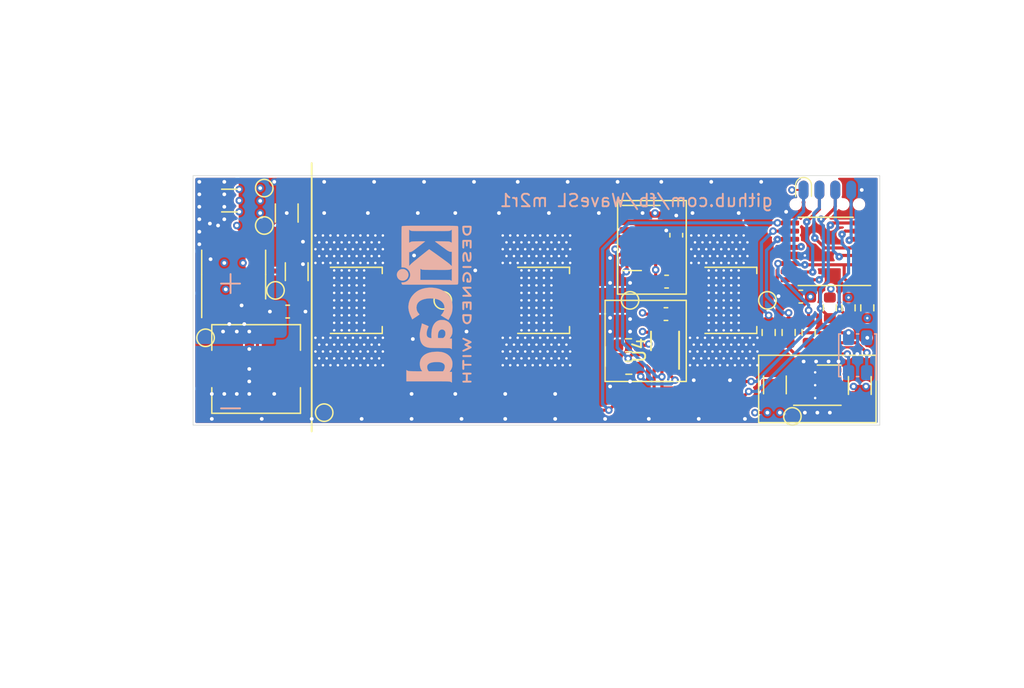
<source format=kicad_pcb>
(kicad_pcb (version 20171130) (host pcbnew 5.1.9)
  (layers (0 F.Cu signal) (1 In1.Cu signal) (2 In2.Cu signal) (31 B.Cu signal) (34 B.Paste user) (35 F.Paste user hide) (36 B.SilkS user) (37 F.SilkS user) (38 B.Mask user) (39 F.Mask user) (44 Edge.Cuts user))
  (net 0 "")
  (net 1 GND)
  (net 2 VCC)
  (net 3 /LED+)
  (net 4 "Net-(D1-Pad1)")
  (net 5 "Net-(D2-Pad1)")
  (net 6 /LED-)
  (net 7 "Net-(L1-Pad1)")
  (net 8 PWM)
  (net 9 +3V3)
  (net 10 /~RESET)
  (net 11 /SWCLK)
  (net 12 /SWDIO)
  (net 13 /TXD)
  (net 14 /RXD)
  (net 15 /SCK)
  (net 16 /SDA)
  (net 17 "Net-(D4-Pad1)")
  (net 18 "Net-(D4-Pad3)")
  (net 19 "Net-(D4-Pad4)")
  (net 20 /GPIO)
  (net 21 /LED_R)
  (net 22 /LED_G)
  (net 23 /LED_B)
  (net 24 "Net-(U5-Pad1)")
  (net 25 "Net-(U5-Pad2)")
  (net 26 "Net-(TP13-Pad1)")
  (net 27 "Net-(R9-Pad2)")
  (net 28 "Net-(U2-Pad10)")
  (net 29 "Net-(U2-Pad9)")
  (net 30 "Net-(U2-Pad8)")
  (net 31 "Net-(C6-Pad2)")
  (net 32 "Net-(U3-Pad6)")
  (net 33 "Net-(U3-Pad5)")
  (module Symbol:KiCad-Logo2_5mm_SilkScreen (layer B.Cu) (at 94.3 115.3 270)
    (fp_text reference REF** hide)
    (fp_text value KiCad-Logo2_5mm_SilkScreen hide)
  )
  (module fkl-footprints:SolderWire-foo (layer B.Cu) (at 79 116.5 270)
    (fp_text reference J1 hide)
    (fp_text value Screw_Terminal_01x02)
    (pad 2 smd roundrect (at 5 0 270) (size 3 7) (layers B.Cu B.Mask) (roundrect_rratio 0.119) (net 1 GND))
    (pad 1 smd roundrect (at 0 0 270) (size 3 7) (layers B.Cu B.Mask) (roundrect_rratio 0.119) (net 2 VCC))
  )
  (module fkl-footprints:Connector_SOICbite (layer F.Cu) (at 125.8 105.4 180)
    (fp_text reference J2 hide)
    (fp_text value SOICBite)
    (pad "" np_thru_hole circle (at 2.54 -1.905 180) (size 0.7 0.7) (drill 0.7) (layers *.Cu *.Mask))
    (pad "" np_thru_hole circle (at 1.27 -1.905 180) (size 0.7 0.7) (drill 0.7) (layers *.Cu *.Mask))
    (pad "" np_thru_hole circle (at 0 -1.905 180) (size 0.7 0.7) (drill 0.7) (layers *.Cu *.Mask))
    (pad "" np_thru_hole circle (at -1.27 -1.905 180) (size 0.7 0.7) (drill 0.7) (layers *.Cu *.Mask))
    (pad "" np_thru_hole circle (at -2.54 -1.905 180) (size 0.7 0.7) (drill 0.7) (layers *.Cu *.Mask))
    (pad 8 smd oval (at 1.905 -0.75 180) (size 0.8 1.5) (layers B.Cu B.Mask) (net 10 /~RESET))
    (pad 7 smd oval (at 0.635 -0.75 180) (size 0.8 1.5) (layers B.Cu B.Mask) (net 11 /SWCLK))
    (pad 6 smd oval (at -0.635 -0.75 180) (size 0.8 1.5) (layers B.Cu B.Mask) (net 20 /GPIO))
    (pad 1 smd oval (at 1.905 -0.75 180) (size 0.8 1.5) (layers F.Cu F.Mask) (net 9 +3V3))
    (pad 2 smd oval (at 0.635 -0.75 180) (size 0.8 1.5) (layers F.Cu F.Mask) (net 14 /RXD))
    (pad 3 smd oval (at -0.635 -0.75 180) (size 0.8 1.5) (layers F.Cu F.Mask) (net 13 /TXD))
    (pad 4 smd oval (at -1.905 -0.75 180) (size 0.8 1.5) (layers F.Cu F.Mask) (net 1 GND))
    (pad 5 smd oval (at -1.905 -0.75 180) (size 0.8 1.5) (layers B.Cu B.Mask) (net 12 /SWDIO))
  )
  (module Fiducial:Fiducial_0.5mm_Mask1mm (layer F.Cu) (at 118 124)
    (fp_text reference FID2 hide)
    (fp_text value Fiducial)
    (pad "" smd circle (at 0 0) (size 0.5 0.5) (layers F.Cu F.Mask) (clearance 0.25))
  )
  (module Fiducial:Fiducial_0.5mm_Mask1mm (layer F.Cu) (at 91 109)
    (fp_text reference FID1 hide)
    (fp_text value Fiducial)
    (pad "" smd circle (at 0 0) (size 0.5 0.5) (layers F.Cu F.Mask) (clearance 0.25))
  )
  (module Package_LGA:NXP_LGA-8_3x5mm_P1.25mm_H1.1mm (layer F.Cu) (at 110.9 110 180)
    (fp_text reference U3 hide)
    (fp_text value MPL3115A2)
    (pad 8 smd roundrect (at 1.15 -1.875 180) (size 1.2 0.5) (layers F.Cu F.Paste F.Mask) (net 15 /SCK))
    (pad 7 smd roundrect (at 1.15 -0.625 180) (size 1.2 0.5) (layers F.Cu F.Paste F.Mask) (net 16 /SDA))
    (pad 6 smd roundrect (at 1.15 0.625 180) (size 1.2 0.5) (layers F.Cu F.Paste F.Mask) (net 32 "Net-(U3-Pad6)"))
    (pad 5 smd roundrect (at 1.15 1.875 180) (size 1.2 0.5) (layers F.Cu F.Paste F.Mask) (net 33 "Net-(U3-Pad5)"))
    (pad 4 smd roundrect (at -1.15 1.875 180) (size 1.2 0.5) (layers F.Cu F.Paste F.Mask) (net 9 +3V3))
    (pad 3 smd roundrect (at -1.15 0.625 180) (size 1.2 0.5) (layers F.Cu F.Paste F.Mask) (net 1 GND))
    (pad 2 smd roundrect (at -1.15 -0.625 180) (size 1.2 0.5) (layers F.Cu F.Paste F.Mask) (net 31 "Net-(C6-Pad2)"))
    (pad 1 smd roundrect (at -1.15 -1.875 180) (size 1.2 0.5) (layers F.Cu F.Paste F.Mask) (net 9 +3V3))
  )
  (module Capacitor_SMD:C_0603_1608Metric (layer F.Cu) (at 112.925 113.5 180)
    (fp_text reference C7 hide)
    (fp_text value 100n)
    (pad 2 smd roundrect (at 0.775 0 180) (size 0.9 0.95) (layers F.Cu F.Paste F.Mask) (net 9 +3V3))
    (pad 1 smd roundrect (at -0.775 0 180) (size 0.9 0.95) (layers F.Cu F.Paste F.Mask) (net 1 GND))
  )
  (module Capacitor_SMD:C_0603_1608Metric (layer F.Cu) (at 113.7 109.775 270)
    (fp_text reference C6 hide)
    (fp_text value 100n)
    (pad 2 smd roundrect (at 0.775 0 270) (size 0.9 0.95) (layers F.Cu F.Paste F.Mask) (net 31 "Net-(C6-Pad2)"))
    (pad 1 smd roundrect (at -0.775 0 270) (size 0.9 0.95) (layers F.Cu F.Paste F.Mask) (net 1 GND))
  )
  (module fkl-footprints:HWSON-8-1EP_3x2mm_P0.5mm_EP1.6x1.6mm (layer F.Cu) (at 112.8 119 90)
    (fp_text reference U4 (at 0 -2.05 90) (layer F.SilkS))
    (fp_text value LM75BTP)
    (pad 9 smd roundrect (at 0 0 90) (size 1.6 1.6) (layers F.Cu F.Paste F.Mask) (roundrect_rratio 0.05))
    (pad 8 smd roundrect (at 1.4 -0.75 90) (size 0.625 0.25) (layers F.Cu F.Paste F.Mask) (net 9 +3V3))
    (pad 7 smd roundrect (at 1.4 -0.25 90) (size 0.625 0.25) (layers F.Cu F.Paste F.Mask) (net 1 GND))
    (pad 6 smd roundrect (at 1.4 0.25 90) (size 0.625 0.25) (layers F.Cu F.Paste F.Mask) (net 1 GND))
    (pad 5 smd roundrect (at 1.4 0.75 90) (size 0.625 0.25) (layers F.Cu F.Paste F.Mask) (net 1 GND))
    (pad 4 smd roundrect (at -1.4 0.75 90) (size 0.625 0.25) (layers F.Cu F.Paste F.Mask) (net 1 GND))
    (pad 3 smd roundrect (at -1.4 0.25 90) (size 0.625 0.25) (layers F.Cu F.Paste F.Mask) (net 27 "Net-(R9-Pad2)"))
    (pad 2 smd roundrect (at -1.4 -0.25 90) (size 0.625 0.25) (layers F.Cu F.Paste F.Mask) (net 15 /SCK))
    (pad 1 smd roundrect (at -1.4 -0.75 90) (size 0.625 0.25) (layers F.Cu F.Paste F.Mask) (net 16 /SDA))
  )
  (module Capacitor_SMD:C_1206_3216Metric (layer F.Cu) (at 78 107)
    (fp_text reference C1 hide)
    (fp_text value 10u)
    (pad 2 smd roundrect (at 1.475 0) (size 1.15 1.8) (layers F.Cu F.Paste F.Mask) (roundrect_rratio 0.217391) (net 1 GND))
    (pad 1 smd roundrect (at -1.475 0) (size 1.15 1.8) (layers F.Cu F.Paste F.Mask) (roundrect_rratio 0.217391) (net 2 VCC))
  )
  (module fkl-footprints:LED_Kingbright_AAA3528SEEZGKQBKS (layer B.Cu) (at 128.225 119.4 90)
    (fp_text reference D4 hide)
    (fp_text value AAA3528SEEZGKQBKS)
    (pad 1 smd roundrect (at -1.4 0.725 90) (size 1.2 0.9) (layers B.Cu B.Paste B.Mask) (net 17 "Net-(D4-Pad1)"))
    (pad 3 smd roundrect (at 1.4 -0.725 90) (size 1.2 0.9) (layers B.Cu B.Paste B.Mask) (net 18 "Net-(D4-Pad3)"))
    (pad 4 smd roundrect (at -1.4 -0.725 90) (size 1.2 0.9) (layers B.Cu B.Paste B.Mask) (net 19 "Net-(D4-Pad4)"))
    (pad 2 smd roundrect (at 1.4 0.725 90) (size 1.2 0.9) (layers B.Cu B.Paste B.Mask) (net 9 +3V3))
  )
  (module TestPoint:TestPoint_Pad_D1.0mm (layer F.Cu) (at 121 115)
    (fp_text reference TP16 hide)
    (fp_text value TestPoint)
    (pad 1 smd circle (at 0 0) (size 1 1) (layers F.Cu F.Mask) (net 6 /LED-))
  )
  (module Capacitor_SMD:C_1206_3216Metric (layer F.Cu) (at 121.6 121.775 90)
    (fp_text reference C5 hide)
    (fp_text value 10u)
    (pad 2 smd roundrect (at 1.475 0 90) (size 1.15 1.8) (layers F.Cu F.Paste F.Mask) (roundrect_rratio 0.217391) (net 1 GND))
    (pad 1 smd roundrect (at -1.475 0 90) (size 1.15 1.8) (layers F.Cu F.Paste F.Mask) (roundrect_rratio 0.217391) (net 2 VCC))
  )
  (module TestPoint:TestPoint_Pad_D1.0mm (layer F.Cu) (at 123 124.3)
    (fp_text reference TP13 hide)
    (fp_text value TestPoint)
    (pad 1 smd circle (at 0 0) (size 1 1) (layers F.Cu F.Mask) (net 26 "Net-(TP13-Pad1)"))
  )
  (module Capacitor_SMD:C_1206_3216Metric (layer F.Cu) (at 128.4 121.825 90)
    (fp_text reference C4 hide)
    (fp_text value 33u)
    (pad 2 smd roundrect (at 1.475 0 90) (size 1.15 1.8) (layers F.Cu F.Paste F.Mask) (roundrect_rratio 0.217391) (net 1 GND))
    (pad 1 smd roundrect (at -1.475 0 90) (size 1.15 1.8) (layers F.Cu F.Paste F.Mask) (roundrect_rratio 0.217391) (net 9 +3V3))
  )
  (module Capacitor_SMD:C_1206_3216Metric (layer F.Cu) (at 83.3 112.7 90)
    (fp_text reference C3 hide)
    (fp_text value 2.2u)
    (pad 2 smd roundrect (at 1.475 0 90) (size 1.15 1.8) (layers F.Cu F.Paste F.Mask) (roundrect_rratio 0.217391) (net 1 GND))
    (pad 1 smd roundrect (at -1.475 0 90) (size 1.15 1.8) (layers F.Cu F.Paste F.Mask) (roundrect_rratio 0.217391) (net 3 /LED+))
  )
  (module Package_LGA:Texas_SIL0010A_MicroSiP-10-1EP_3.8x3mm_P0.6mm_EP0.7x2.9mm_ThermalVias (layer F.Cu) (at 125 121.8)
    (fp_text reference U2 hide)
    (fp_text value LMZM23600V3SILR)
    (pad 11 smd rect (at -0.175 0) (size 0.5 2.56) (layers B.Cu) (net 1 GND))
    (pad 11 thru_hole circle (at -0.175 1.03) (size 0.5 0.5) (drill 0.2) (layers *.Cu) (net 1 GND))
    (pad 11 thru_hole circle (at -0.175 0) (size 0.5 0.5) (drill 0.2) (layers *.Cu) (net 1 GND))
    (pad 11 thru_hole circle (at -0.175 -1.03) (size 0.5 0.5) (drill 0.2) (layers *.Cu) (net 1 GND))
    (pad 11 smd rect (at -0.175 0) (size 0.7 2.9) (layers F.Cu F.Mask) (net 1 GND))
    (pad 10 smd roundrect (at 1.525 -1.2) (size 0.8 0.45) (layers F.Cu F.Paste F.Mask) (net 28 "Net-(U2-Pad10)"))
    (pad 9 smd roundrect (at 1.525 -0.6) (size 0.8 0.45) (layers F.Cu F.Paste F.Mask) (net 29 "Net-(U2-Pad9)"))
    (pad 8 smd roundrect (at 1.525 0) (size 0.8 0.45) (layers F.Cu F.Paste F.Mask) (net 30 "Net-(U2-Pad8)"))
    (pad 7 smd roundrect (at 1.525 0.6) (size 0.8 0.45) (layers F.Cu F.Paste F.Mask) (net 9 +3V3))
    (pad 6 smd roundrect (at 1.525 1.2) (size 0.8 0.45) (layers F.Cu F.Paste F.Mask) (net 9 +3V3))
    (pad 5 smd roundrect (at -1.525 1.2) (size 0.8 0.45) (layers F.Cu F.Paste F.Mask) (net 26 "Net-(TP13-Pad1)"))
    (pad 4 smd roundrect (at -1.525 0.6) (size 0.8 0.45) (layers F.Cu F.Paste F.Mask) (net 2 VCC))
    (pad 3 smd roundrect (at -1.525 0) (size 0.8 0.45) (layers F.Cu F.Paste F.Mask) (net 2 VCC))
    (pad 2 smd roundrect (at -1.525 -0.6) (size 0.8 0.45) (layers F.Cu F.Paste F.Mask) (net 1 GND))
    (pad 1 smd roundrect (at -1.525 -1.2) (size 0.8 0.45) (layers F.Cu F.Paste F.Mask) (net 1 GND))
  )
  (module TestPoint:TestPoint_Pad_D1.0mm (layer F.Cu) (at 80.7 106)
    (fp_text reference TP7 hide)
    (fp_text value TestPoint)
    (pad 1 smd circle (at 0 0) (size 1 1) (layers F.Cu F.Mask) (net 1 GND))
  )
  (module Resistor_SMD:R_0603_1608Metric (layer F.Cu) (at 121.1 117.575 270)
    (fp_text reference R4 hide)
    (fp_text value R)
    (pad 2 smd roundrect (at 0.825 0 270) (size 0.8 0.95) (layers F.Cu F.Paste F.Mask) (net 18 "Net-(D4-Pad3)"))
    (pad 1 smd roundrect (at -0.825 0 270) (size 0.8 0.95) (layers F.Cu F.Paste F.Mask) (net 23 /LED_B))
  )
  (module Resistor_SMD:R_0603_1608Metric (layer F.Cu) (at 122.7 117.575 270)
    (fp_text reference R3 hide)
    (fp_text value R)
    (pad 2 smd roundrect (at 0.825 0 270) (size 0.8 0.95) (layers F.Cu F.Paste F.Mask) (net 19 "Net-(D4-Pad4)"))
    (pad 1 smd roundrect (at -0.825 0 270) (size 0.8 0.95) (layers F.Cu F.Paste F.Mask) (net 22 /LED_G))
  )
  (module Resistor_SMD:R_0603_1608Metric (layer F.Cu) (at 124.3 117.575 270)
    (fp_text reference R2 hide)
    (fp_text value R)
    (pad 2 smd roundrect (at 0.825 0 270) (size 0.8 0.95) (layers F.Cu F.Paste F.Mask) (net 17 "Net-(D4-Pad1)"))
    (pad 1 smd roundrect (at -0.825 0 270) (size 0.8 0.95) (layers F.Cu F.Paste F.Mask) (net 21 /LED_R))
  )
  (module TestPoint:TestPoint_Pad_D1.0mm (layer F.Cu) (at 110 115)
    (fp_text reference TP6 hide)
    (fp_text value TestPoint)
    (pad 1 smd circle (at 0 0) (size 1 1) (layers F.Cu F.Mask) (net 5 "Net-(D2-Pad1)"))
  )
  (module Resistor_SMD:R_0603_1608Metric (layer F.Cu) (at 109.9 120.4)
    (fp_text reference R9 hide)
    (fp_text value R)
    (pad 2 smd roundrect (at 0.825 0) (size 0.8 0.95) (layers F.Cu F.Paste F.Mask) (net 27 "Net-(R9-Pad2)"))
    (pad 1 smd roundrect (at -0.825 0) (size 0.8 0.95) (layers F.Cu F.Paste F.Mask) (net 8 PWM))
  )
  (module Resistor_SMD:R_0603_1608Metric (layer F.Cu) (at 109.875 118.6)
    (fp_text reference R5 hide)
    (fp_text value R)
    (pad 2 smd roundrect (at 0.825 0) (size 0.8 0.95) (layers F.Cu F.Paste F.Mask) (net 9 +3V3))
    (pad 1 smd roundrect (at -0.825 0) (size 0.8 0.95) (layers F.Cu F.Paste F.Mask) (net 8 PWM))
  )
  (module Resistor_SMD:R_0603_1608Metric (layer F.Cu) (at 127.5 115.6 90)
    (fp_text reference R7 hide)
    (fp_text value R)
    (pad 2 smd roundrect (at 0.825 0 90) (size 0.8 0.95) (layers F.Cu F.Paste F.Mask) (net 9 +3V3))
    (pad 1 smd roundrect (at -0.825 0 90) (size 0.8 0.95) (layers F.Cu F.Paste F.Mask) (net 16 /SDA))
  )
  (module Resistor_SMD:R_0603_1608Metric (layer F.Cu) (at 126 115.6 90)
    (fp_text reference R6 hide)
    (fp_text value R)
    (pad 2 smd roundrect (at 0.825 0 90) (size 0.8 0.95) (layers F.Cu F.Paste F.Mask) (net 9 +3V3))
    (pad 1 smd roundrect (at -0.825 0 90) (size 0.8 0.95) (layers F.Cu F.Paste F.Mask) (net 15 /SCK))
  )
  (module fkl-footprints:LED_Cree-XLAMP-XM-L (layer F.Cu) (at 117.5 115 180)
    (fp_text reference D3 hide)
    (fp_text value XMLBWT-00-0000-0000T5051)
    (pad 3 thru_hole circle (at -0.6 1.2 180) (size 0.6 0.6) (drill 0.2) (layers *.Cu) (net 1 GND))
    (pad 3 thru_hole circle (at 0 2.4 180) (size 0.6 0.6) (drill 0.2) (layers *.Cu) (net 1 GND))
    (pad 3 thru_hole circle (at -0.6 2.4 180) (size 0.6 0.6) (drill 0.2) (layers *.Cu) (net 1 GND))
    (pad 3 thru_hole circle (at 1.2 1.8 180) (size 0.6 0.6) (drill 0.2) (layers *.Cu) (net 1 GND))
    (pad 3 thru_hole circle (at 0 1.8 180) (size 0.6 0.6) (drill 0.2) (layers *.Cu) (net 1 GND))
    (pad 3 thru_hole circle (at 1.2 1.2 180) (size 0.6 0.6) (drill 0.2) (layers *.Cu) (net 1 GND))
    (pad 3 thru_hole circle (at 1.2 0.6 180) (size 0.6 0.6) (drill 0.2) (layers *.Cu) (net 1 GND))
    (pad 3 thru_hole circle (at -1.2 1.8 180) (size 0.6 0.6) (drill 0.2) (layers *.Cu) (net 1 GND))
    (pad 3 thru_hole circle (at 1.2 2.4 180) (size 0.6 0.6) (drill 0.2) (layers *.Cu) (net 1 GND))
    (pad 3 thru_hole circle (at 0.6 2.4 180) (size 0.6 0.6) (drill 0.2) (layers *.Cu) (net 1 GND))
    (pad 3 thru_hole circle (at 0.6 1.8 180) (size 0.6 0.6) (drill 0.2) (layers *.Cu) (net 1 GND))
    (pad 3 thru_hole circle (at 0.6 1.2 180) (size 0.6 0.6) (drill 0.2) (layers *.Cu) (net 1 GND))
    (pad 3 thru_hole circle (at 0.6 0.6 180) (size 0.6 0.6) (drill 0.2) (layers *.Cu) (net 1 GND))
    (pad 3 thru_hole circle (at -1.2 0.6 180) (size 0.6 0.6) (drill 0.2) (layers *.Cu) (net 1 GND))
    (pad 3 thru_hole circle (at 0 1.2 180) (size 0.6 0.6) (drill 0.2) (layers *.Cu) (net 1 GND))
    (pad 3 thru_hole circle (at -1.2 2.4 180) (size 0.6 0.6) (drill 0.2) (layers *.Cu) (net 1 GND))
    (pad 3 thru_hole circle (at -1.2 1.2 180) (size 0.6 0.6) (drill 0.2) (layers *.Cu) (net 1 GND))
    (pad 3 thru_hole circle (at -0.6 0.6 180) (size 0.6 0.6) (drill 0.2) (layers *.Cu) (net 1 GND))
    (pad 3 thru_hole circle (at 0 0.6 180) (size 0.6 0.6) (drill 0.2) (layers *.Cu) (net 1 GND))
    (pad 3 thru_hole circle (at -0.6 1.8 180) (size 0.6 0.6) (drill 0.2) (layers *.Cu) (net 1 GND))
    (pad 3 thru_hole circle (at 0 -2.4 180) (size 0.6 0.6) (drill 0.2) (layers *.Cu) (net 1 GND))
    (pad 3 thru_hole circle (at -0.6 -2.4 180) (size 0.6 0.6) (drill 0.2) (layers *.Cu) (net 1 GND))
    (pad 3 thru_hole circle (at 1.2 -2.4 180) (size 0.6 0.6) (drill 0.2) (layers *.Cu) (net 1 GND))
    (pad 3 thru_hole circle (at 0.6 -2.4 180) (size 0.6 0.6) (drill 0.2) (layers *.Cu) (net 1 GND))
    (pad 3 thru_hole circle (at -1.2 -2.4 180) (size 0.6 0.6) (drill 0.2) (layers *.Cu) (net 1 GND))
    (pad 3 thru_hole circle (at 0 -1.8 180) (size 0.6 0.6) (drill 0.2) (layers *.Cu) (net 1 GND))
    (pad 3 thru_hole circle (at -0.6 -1.8 180) (size 0.6 0.6) (drill 0.2) (layers *.Cu) (net 1 GND))
    (pad 3 thru_hole circle (at 1.2 -1.8 180) (size 0.6 0.6) (drill 0.2) (layers *.Cu) (net 1 GND))
    (pad 3 thru_hole circle (at 0.6 -1.8 180) (size 0.6 0.6) (drill 0.2) (layers *.Cu) (net 1 GND))
    (pad 3 thru_hole circle (at -1.2 -1.8 180) (size 0.6 0.6) (drill 0.2) (layers *.Cu) (net 1 GND))
    (pad 3 thru_hole circle (at 0 -1.2 180) (size 0.6 0.6) (drill 0.2) (layers *.Cu) (net 1 GND))
    (pad 3 thru_hole circle (at -0.6 -1.2 180) (size 0.6 0.6) (drill 0.2) (layers *.Cu) (net 1 GND))
    (pad 3 thru_hole circle (at 1.2 -1.2 180) (size 0.6 0.6) (drill 0.2) (layers *.Cu) (net 1 GND))
    (pad 3 thru_hole circle (at 0.6 -1.2 180) (size 0.6 0.6) (drill 0.2) (layers *.Cu) (net 1 GND))
    (pad 3 thru_hole circle (at -1.2 -1.2 180) (size 0.6 0.6) (drill 0.2) (layers *.Cu) (net 1 GND))
    (pad 3 thru_hole circle (at 0 -0.6 180) (size 0.6 0.6) (drill 0.2) (layers *.Cu) (net 1 GND))
    (pad 3 thru_hole circle (at -0.6 -0.6 180) (size 0.6 0.6) (drill 0.2) (layers *.Cu) (net 1 GND))
    (pad 3 thru_hole circle (at 1.2 -0.6 180) (size 0.6 0.6) (drill 0.2) (layers *.Cu) (net 1 GND))
    (pad 3 thru_hole circle (at 0.6 -0.6 180) (size 0.6 0.6) (drill 0.2) (layers *.Cu) (net 1 GND))
    (pad 3 thru_hole circle (at -1.2 -0.6 180) (size 0.6 0.6) (drill 0.2) (layers *.Cu) (net 1 GND))
    (pad 3 thru_hole circle (at 1.2 0 180) (size 0.6 0.6) (drill 0.2) (layers *.Cu) (net 1 GND))
    (pad 3 thru_hole circle (at 0.6 0 180) (size 0.6 0.6) (drill 0.2) (layers *.Cu) (net 1 GND))
    (pad 3 thru_hole circle (at 0 0 180) (size 0.6 0.6) (drill 0.2) (layers *.Cu) (net 1 GND))
    (pad 3 thru_hole circle (at -0.6 0 180) (size 0.6 0.6) (drill 0.2) (layers *.Cu) (net 1 GND))
    (pad 3 thru_hole circle (at -1.2 0 180) (size 0.6 0.6) (drill 0.2) (layers *.Cu) (net 1 GND))
    (pad 1 smd roundrect (at -2.15 0 180) (size 0.7 5) (layers F.Cu F.Paste F.Mask) (net 6 /LED-))
    (pad 2 smd roundrect (at 2.15 0 180) (size 0.7 5) (layers F.Cu F.Paste F.Mask) (net 5 "Net-(D2-Pad1)"))
    (pad 3 smd roundrect (at 0 0 180) (size 3 5) (layers F.Cu F.Paste F.Mask) (roundrect_rratio 0.058) (net 1 GND))
  )
  (module fkl-footprints:LED_Cree-XLAMP-XM-L (layer F.Cu) (at 102.5 115 180)
    (fp_text reference D2 hide)
    (fp_text value XMLBWT-00-0000-0000T5051)
    (pad 3 thru_hole circle (at -0.6 1.2 180) (size 0.6 0.6) (drill 0.2) (layers *.Cu) (net 1 GND))
    (pad 3 thru_hole circle (at 0 2.4 180) (size 0.6 0.6) (drill 0.2) (layers *.Cu) (net 1 GND))
    (pad 3 thru_hole circle (at -0.6 2.4 180) (size 0.6 0.6) (drill 0.2) (layers *.Cu) (net 1 GND))
    (pad 3 thru_hole circle (at 1.2 1.8 180) (size 0.6 0.6) (drill 0.2) (layers *.Cu) (net 1 GND))
    (pad 3 thru_hole circle (at 0 1.8 180) (size 0.6 0.6) (drill 0.2) (layers *.Cu) (net 1 GND))
    (pad 3 thru_hole circle (at 1.2 1.2 180) (size 0.6 0.6) (drill 0.2) (layers *.Cu) (net 1 GND))
    (pad 3 thru_hole circle (at 1.2 0.6 180) (size 0.6 0.6) (drill 0.2) (layers *.Cu) (net 1 GND))
    (pad 3 thru_hole circle (at -1.2 1.8 180) (size 0.6 0.6) (drill 0.2) (layers *.Cu) (net 1 GND))
    (pad 3 thru_hole circle (at 1.2 2.4 180) (size 0.6 0.6) (drill 0.2) (layers *.Cu) (net 1 GND))
    (pad 3 thru_hole circle (at 0.6 2.4 180) (size 0.6 0.6) (drill 0.2) (layers *.Cu) (net 1 GND))
    (pad 3 thru_hole circle (at 0.6 1.8 180) (size 0.6 0.6) (drill 0.2) (layers *.Cu) (net 1 GND))
    (pad 3 thru_hole circle (at 0.6 1.2 180) (size 0.6 0.6) (drill 0.2) (layers *.Cu) (net 1 GND))
    (pad 3 thru_hole circle (at 0.6 0.6 180) (size 0.6 0.6) (drill 0.2) (layers *.Cu) (net 1 GND))
    (pad 3 thru_hole circle (at -1.2 0.6 180) (size 0.6 0.6) (drill 0.2) (layers *.Cu) (net 1 GND))
    (pad 3 thru_hole circle (at 0 1.2 180) (size 0.6 0.6) (drill 0.2) (layers *.Cu) (net 1 GND))
    (pad 3 thru_hole circle (at -1.2 2.4 180) (size 0.6 0.6) (drill 0.2) (layers *.Cu) (net 1 GND))
    (pad 3 thru_hole circle (at -1.2 1.2 180) (size 0.6 0.6) (drill 0.2) (layers *.Cu) (net 1 GND))
    (pad 3 thru_hole circle (at -0.6 0.6 180) (size 0.6 0.6) (drill 0.2) (layers *.Cu) (net 1 GND))
    (pad 3 thru_hole circle (at 0 0.6 180) (size 0.6 0.6) (drill 0.2) (layers *.Cu) (net 1 GND))
    (pad 3 thru_hole circle (at -0.6 1.8 180) (size 0.6 0.6) (drill 0.2) (layers *.Cu) (net 1 GND))
    (pad 3 thru_hole circle (at 0 -2.4 180) (size 0.6 0.6) (drill 0.2) (layers *.Cu) (net 1 GND))
    (pad 3 thru_hole circle (at -0.6 -2.4 180) (size 0.6 0.6) (drill 0.2) (layers *.Cu) (net 1 GND))
    (pad 3 thru_hole circle (at 1.2 -2.4 180) (size 0.6 0.6) (drill 0.2) (layers *.Cu) (net 1 GND))
    (pad 3 thru_hole circle (at 0.6 -2.4 180) (size 0.6 0.6) (drill 0.2) (layers *.Cu) (net 1 GND))
    (pad 3 thru_hole circle (at -1.2 -2.4 180) (size 0.6 0.6) (drill 0.2) (layers *.Cu) (net 1 GND))
    (pad 3 thru_hole circle (at 0 -1.8 180) (size 0.6 0.6) (drill 0.2) (layers *.Cu) (net 1 GND))
    (pad 3 thru_hole circle (at -0.6 -1.8 180) (size 0.6 0.6) (drill 0.2) (layers *.Cu) (net 1 GND))
    (pad 3 thru_hole circle (at 1.2 -1.8 180) (size 0.6 0.6) (drill 0.2) (layers *.Cu) (net 1 GND))
    (pad 3 thru_hole circle (at 0.6 -1.8 180) (size 0.6 0.6) (drill 0.2) (layers *.Cu) (net 1 GND))
    (pad 3 thru_hole circle (at -1.2 -1.8 180) (size 0.6 0.6) (drill 0.2) (layers *.Cu) (net 1 GND))
    (pad 3 thru_hole circle (at 0 -1.2 180) (size 0.6 0.6) (drill 0.2) (layers *.Cu) (net 1 GND))
    (pad 3 thru_hole circle (at -0.6 -1.2 180) (size 0.6 0.6) (drill 0.2) (layers *.Cu) (net 1 GND))
    (pad 3 thru_hole circle (at 1.2 -1.2 180) (size 0.6 0.6) (drill 0.2) (layers *.Cu) (net 1 GND))
    (pad 3 thru_hole circle (at 0.6 -1.2 180) (size 0.6 0.6) (drill 0.2) (layers *.Cu) (net 1 GND))
    (pad 3 thru_hole circle (at -1.2 -1.2 180) (size 0.6 0.6) (drill 0.2) (layers *.Cu) (net 1 GND))
    (pad 3 thru_hole circle (at 0 -0.6 180) (size 0.6 0.6) (drill 0.2) (layers *.Cu) (net 1 GND))
    (pad 3 thru_hole circle (at -0.6 -0.6 180) (size 0.6 0.6) (drill 0.2) (layers *.Cu) (net 1 GND))
    (pad 3 thru_hole circle (at 1.2 -0.6 180) (size 0.6 0.6) (drill 0.2) (layers *.Cu) (net 1 GND))
    (pad 3 thru_hole circle (at 0.6 -0.6 180) (size 0.6 0.6) (drill 0.2) (layers *.Cu) (net 1 GND))
    (pad 3 thru_hole circle (at -1.2 -0.6 180) (size 0.6 0.6) (drill 0.2) (layers *.Cu) (net 1 GND))
    (pad 3 thru_hole circle (at 1.2 0 180) (size 0.6 0.6) (drill 0.2) (layers *.Cu) (net 1 GND))
    (pad 3 thru_hole circle (at 0.6 0 180) (size 0.6 0.6) (drill 0.2) (layers *.Cu) (net 1 GND))
    (pad 3 thru_hole circle (at 0 0 180) (size 0.6 0.6) (drill 0.2) (layers *.Cu) (net 1 GND))
    (pad 3 thru_hole circle (at -0.6 0 180) (size 0.6 0.6) (drill 0.2) (layers *.Cu) (net 1 GND))
    (pad 3 thru_hole circle (at -1.2 0 180) (size 0.6 0.6) (drill 0.2) (layers *.Cu) (net 1 GND))
    (pad 1 smd roundrect (at -2.15 0 180) (size 0.7 5) (layers F.Cu F.Paste F.Mask) (net 5 "Net-(D2-Pad1)"))
    (pad 2 smd roundrect (at 2.15 0 180) (size 0.7 5) (layers F.Cu F.Paste F.Mask) (net 4 "Net-(D1-Pad1)"))
    (pad 3 smd roundrect (at 0 0 180) (size 3 5) (layers F.Cu F.Paste F.Mask) (roundrect_rratio 0.058) (net 1 GND))
  )
  (module fkl-footprints:LED_Cree-XLAMP-XM-L (layer F.Cu) (at 87.5 115 180)
    (fp_text reference D1 hide)
    (fp_text value XMLBWT-00-0000-0000T5051)
    (pad 3 thru_hole circle (at -0.6 1.2 180) (size 0.6 0.6) (drill 0.2) (layers *.Cu) (net 1 GND))
    (pad 3 thru_hole circle (at 0 2.4 180) (size 0.6 0.6) (drill 0.2) (layers *.Cu) (net 1 GND))
    (pad 3 thru_hole circle (at -0.6 2.4 180) (size 0.6 0.6) (drill 0.2) (layers *.Cu) (net 1 GND))
    (pad 3 thru_hole circle (at 1.2 1.8 180) (size 0.6 0.6) (drill 0.2) (layers *.Cu) (net 1 GND))
    (pad 3 thru_hole circle (at 0 1.8 180) (size 0.6 0.6) (drill 0.2) (layers *.Cu) (net 1 GND))
    (pad 3 thru_hole circle (at 1.2 1.2 180) (size 0.6 0.6) (drill 0.2) (layers *.Cu) (net 1 GND))
    (pad 3 thru_hole circle (at 1.2 0.6 180) (size 0.6 0.6) (drill 0.2) (layers *.Cu) (net 1 GND))
    (pad 3 thru_hole circle (at -1.2 1.8 180) (size 0.6 0.6) (drill 0.2) (layers *.Cu) (net 1 GND))
    (pad 3 thru_hole circle (at 1.2 2.4 180) (size 0.6 0.6) (drill 0.2) (layers *.Cu) (net 1 GND))
    (pad 3 thru_hole circle (at 0.6 2.4 180) (size 0.6 0.6) (drill 0.2) (layers *.Cu) (net 1 GND))
    (pad 3 thru_hole circle (at 0.6 1.8 180) (size 0.6 0.6) (drill 0.2) (layers *.Cu) (net 1 GND))
    (pad 3 thru_hole circle (at 0.6 1.2 180) (size 0.6 0.6) (drill 0.2) (layers *.Cu) (net 1 GND))
    (pad 3 thru_hole circle (at 0.6 0.6 180) (size 0.6 0.6) (drill 0.2) (layers *.Cu) (net 1 GND))
    (pad 3 thru_hole circle (at -1.2 0.6 180) (size 0.6 0.6) (drill 0.2) (layers *.Cu) (net 1 GND))
    (pad 3 thru_hole circle (at 0 1.2 180) (size 0.6 0.6) (drill 0.2) (layers *.Cu) (net 1 GND))
    (pad 3 thru_hole circle (at -1.2 2.4 180) (size 0.6 0.6) (drill 0.2) (layers *.Cu) (net 1 GND))
    (pad 3 thru_hole circle (at -1.2 1.2 180) (size 0.6 0.6) (drill 0.2) (layers *.Cu) (net 1 GND))
    (pad 3 thru_hole circle (at -0.6 0.6 180) (size 0.6 0.6) (drill 0.2) (layers *.Cu) (net 1 GND))
    (pad 3 thru_hole circle (at 0 0.6 180) (size 0.6 0.6) (drill 0.2) (layers *.Cu) (net 1 GND))
    (pad 3 thru_hole circle (at -0.6 1.8 180) (size 0.6 0.6) (drill 0.2) (layers *.Cu) (net 1 GND))
    (pad 3 thru_hole circle (at 0 -2.4 180) (size 0.6 0.6) (drill 0.2) (layers *.Cu) (net 1 GND))
    (pad 3 thru_hole circle (at -0.6 -2.4 180) (size 0.6 0.6) (drill 0.2) (layers *.Cu) (net 1 GND))
    (pad 3 thru_hole circle (at 1.2 -2.4 180) (size 0.6 0.6) (drill 0.2) (layers *.Cu) (net 1 GND))
    (pad 3 thru_hole circle (at 0.6 -2.4 180) (size 0.6 0.6) (drill 0.2) (layers *.Cu) (net 1 GND))
    (pad 3 thru_hole circle (at -1.2 -2.4 180) (size 0.6 0.6) (drill 0.2) (layers *.Cu) (net 1 GND))
    (pad 3 thru_hole circle (at 0 -1.8 180) (size 0.6 0.6) (drill 0.2) (layers *.Cu) (net 1 GND))
    (pad 3 thru_hole circle (at -0.6 -1.8 180) (size 0.6 0.6) (drill 0.2) (layers *.Cu) (net 1 GND))
    (pad 3 thru_hole circle (at 1.2 -1.8 180) (size 0.6 0.6) (drill 0.2) (layers *.Cu) (net 1 GND))
    (pad 3 thru_hole circle (at 0.6 -1.8 180) (size 0.6 0.6) (drill 0.2) (layers *.Cu) (net 1 GND))
    (pad 3 thru_hole circle (at -1.2 -1.8 180) (size 0.6 0.6) (drill 0.2) (layers *.Cu) (net 1 GND))
    (pad 3 thru_hole circle (at 0 -1.2 180) (size 0.6 0.6) (drill 0.2) (layers *.Cu) (net 1 GND))
    (pad 3 thru_hole circle (at -0.6 -1.2 180) (size 0.6 0.6) (drill 0.2) (layers *.Cu) (net 1 GND))
    (pad 3 thru_hole circle (at 1.2 -1.2 180) (size 0.6 0.6) (drill 0.2) (layers *.Cu) (net 1 GND))
    (pad 3 thru_hole circle (at 0.6 -1.2 180) (size 0.6 0.6) (drill 0.2) (layers *.Cu) (net 1 GND))
    (pad 3 thru_hole circle (at -1.2 -1.2 180) (size 0.6 0.6) (drill 0.2) (layers *.Cu) (net 1 GND))
    (pad 3 thru_hole circle (at 0 -0.6 180) (size 0.6 0.6) (drill 0.2) (layers *.Cu) (net 1 GND))
    (pad 3 thru_hole circle (at -0.6 -0.6 180) (size 0.6 0.6) (drill 0.2) (layers *.Cu) (net 1 GND))
    (pad 3 thru_hole circle (at 1.2 -0.6 180) (size 0.6 0.6) (drill 0.2) (layers *.Cu) (net 1 GND))
    (pad 3 thru_hole circle (at 0.6 -0.6 180) (size 0.6 0.6) (drill 0.2) (layers *.Cu) (net 1 GND))
    (pad 3 thru_hole circle (at -1.2 -0.6 180) (size 0.6 0.6) (drill 0.2) (layers *.Cu) (net 1 GND))
    (pad 3 thru_hole circle (at 1.2 0 180) (size 0.6 0.6) (drill 0.2) (layers *.Cu) (net 1 GND))
    (pad 3 thru_hole circle (at 0.6 0 180) (size 0.6 0.6) (drill 0.2) (layers *.Cu) (net 1 GND))
    (pad 3 thru_hole circle (at 0 0 180) (size 0.6 0.6) (drill 0.2) (layers *.Cu) (net 1 GND))
    (pad 3 thru_hole circle (at -0.6 0 180) (size 0.6 0.6) (drill 0.2) (layers *.Cu) (net 1 GND))
    (pad 3 thru_hole circle (at -1.2 0 180) (size 0.6 0.6) (drill 0.2) (layers *.Cu) (net 1 GND))
    (pad 1 smd roundrect (at -2.15 0 180) (size 0.7 5) (layers F.Cu F.Paste F.Mask) (net 4 "Net-(D1-Pad1)"))
    (pad 2 smd roundrect (at 2.15 0 180) (size 0.7 5) (layers F.Cu F.Paste F.Mask) (net 3 /LED+))
    (pad 3 smd roundrect (at 0 0 180) (size 3 5) (layers F.Cu F.Paste F.Mask) (roundrect_rratio 0.058) (net 1 GND))
  )
  (module Capacitor_SMD:C_0603_1608Metric (layer F.Cu) (at 112.875 116.1)
    (fp_text reference C9 hide)
    (fp_text value 100n)
    (pad 2 smd roundrect (at 0.775 0) (size 0.9 0.95) (layers F.Cu F.Paste F.Mask) (net 1 GND))
    (pad 1 smd roundrect (at -0.775 0) (size 0.9 0.95) (layers F.Cu F.Paste F.Mask) (net 9 +3V3))
  )
  (module TestPoint:TestPoint_Pad_D1.0mm (layer F.Cu) (at 80.7 109 180)
    (fp_text reference TP5 hide)
    (fp_text value TestPoint)
    (pad 1 smd circle (at 0 0 180) (size 1 1) (layers F.Cu F.Mask) (net 6 /LED-))
  )
  (module TestPoint:TestPoint_Pad_D1.0mm (layer F.Cu) (at 85.5 124 180)
    (fp_text reference TP4 hide)
    (fp_text value TestPoint)
    (pad 1 smd circle (at 0 0 180) (size 1 1) (layers F.Cu F.Mask) (net 8 PWM))
  )
  (module TestPoint:TestPoint_Pad_D1.0mm (layer F.Cu) (at 76 118 180)
    (fp_text reference TP3 hide)
    (fp_text value TestPoint)
    (pad 1 smd circle (at 0 0 180) (size 1 1) (layers F.Cu F.Mask) (net 7 "Net-(L1-Pad1)"))
  )
  (module TestPoint:TestPoint_Pad_D1.0mm (layer F.Cu) (at 95 115)
    (fp_text reference TP2 hide)
    (fp_text value TestPoint)
    (pad 1 smd circle (at 0 0) (size 1 1) (layers F.Cu F.Mask) (net 4 "Net-(D1-Pad1)"))
  )
  (module TestPoint:TestPoint_Pad_D1.0mm (layer F.Cu) (at 81.6 114.2)
    (fp_text reference TP1 hide)
    (fp_text value TestPoint)
    (pad 1 smd circle (at 0 0) (size 1 1) (layers F.Cu F.Mask) (net 3 /LED+))
  )
  (module Resistor_SMD:R_0603_1608Metric (layer F.Cu) (at 129 115.6 270)
    (fp_text reference R8 hide)
    (fp_text value R)
    (pad 2 smd roundrect (at 0.825 0 270) (size 0.8 0.95) (layers F.Cu F.Paste F.Mask) (net 9 +3V3))
    (pad 1 smd roundrect (at -0.825 0 270) (size 0.8 0.95) (layers F.Cu F.Paste F.Mask) (net 10 /~RESET))
  )
  (module Capacitor_SMD:C_0603_1608Metric (layer F.Cu) (at 123.675 114.7 180)
    (fp_text reference C8 hide)
    (fp_text value 100n)
    (pad 2 smd roundrect (at 0.775 0 180) (size 0.9 0.95) (layers F.Cu F.Paste F.Mask) (net 1 GND))
    (pad 1 smd roundrect (at -0.775 0 180) (size 0.9 0.95) (layers F.Cu F.Paste F.Mask) (net 9 +3V3))
  )
  (module Capacitor_SMD:C_0603_1608Metric (layer F.Cu) (at 82.575 115.9)
    (fp_text reference C2 hide)
    (fp_text value 1u)
    (pad 2 smd roundrect (at 0.775 0) (size 0.9 0.95) (layers F.Cu F.Paste F.Mask) (net 1 GND))
    (pad 1 smd roundrect (at -0.775 0) (size 0.9 0.95) (layers F.Cu F.Paste F.Mask) (net 2 VCC))
  )
  (module Package_SO:TSSOP-16_4.4x5mm_P0.65mm (layer F.Cu) (at 125.6625 111.075 180)
    (fp_text reference U5 hide)
    (fp_text value LPC812M001JDH16)
    (pad 16 smd roundrect (at 2.8625 -2.275 180) (size 1.475 0.4) (layers F.Cu F.Paste F.Mask) (net 13 /TXD))
    (pad 15 smd roundrect (at 2.8625 -1.625 180) (size 1.475 0.4) (layers F.Cu F.Paste F.Mask) (net 14 /RXD))
    (pad 14 smd roundrect (at 2.8625 -0.975 180) (size 1.475 0.4) (layers F.Cu F.Paste F.Mask) (net 21 /LED_R))
    (pad 13 smd roundrect (at 2.8625 -0.325 180) (size 1.475 0.4) (layers F.Cu F.Paste F.Mask) (net 1 GND))
    (pad 12 smd roundrect (at 2.8625 0.325 180) (size 1.475 0.4) (layers F.Cu F.Paste F.Mask) (net 9 +3V3))
    (pad 11 smd roundrect (at 2.8625 0.975 180) (size 1.475 0.4) (layers F.Cu F.Paste F.Mask) (net 22 /LED_G))
    (pad 10 smd roundrect (at 2.8625 1.625 180) (size 1.475 0.4) (layers F.Cu F.Paste F.Mask) (net 23 /LED_B))
    (pad 9 smd roundrect (at 2.8625 2.275 180) (size 1.475 0.4) (layers F.Cu F.Paste F.Mask) (net 8 PWM))
    (pad 8 smd roundrect (at -2.8625 2.275 180) (size 1.475 0.4) (layers F.Cu F.Paste F.Mask) (net 15 /SCK))
    (pad 7 smd roundrect (at -2.8625 1.625 180) (size 1.475 0.4) (layers F.Cu F.Paste F.Mask) (net 16 /SDA))
    (pad 6 smd roundrect (at -2.8625 0.975 180) (size 1.475 0.4) (layers F.Cu F.Paste F.Mask) (net 12 /SWDIO))
    (pad 5 smd roundrect (at -2.8625 0.325 180) (size 1.475 0.4) (layers F.Cu F.Paste F.Mask) (net 11 /SWCLK))
    (pad 4 smd roundrect (at -2.8625 -0.325 180) (size 1.475 0.4) (layers F.Cu F.Paste F.Mask) (net 20 /GPIO))
    (pad 3 smd roundrect (at -2.8625 -0.975 180) (size 1.475 0.4) (layers F.Cu F.Paste F.Mask) (net 10 /~RESET))
    (pad 2 smd roundrect (at -2.8625 -1.625 180) (size 1.475 0.4) (layers F.Cu F.Paste F.Mask) (net 25 "Net-(U5-Pad2)"))
    (pad 1 smd roundrect (at -2.8625 -2.275 180) (size 1.475 0.4) (layers F.Cu F.Paste F.Mask) (net 24 "Net-(U5-Pad1)"))
  )
  (module Resistor_SMD:R_1206_3216Metric (layer F.Cu) (at 82.5 108 90)
    (fp_text reference R1 hide)
    (fp_text value 0R05)
    (pad 2 smd roundrect (at 1.4625 0 90) (size 1.125 1.75) (layers F.Cu F.Paste F.Mask) (roundrect_rratio 0.222222) (net 1 GND))
    (pad 1 smd roundrect (at -1.4625 0 90) (size 1.125 1.75) (layers F.Cu F.Paste F.Mask) (roundrect_rratio 0.222222) (net 6 /LED-))
  )
  (module Package_SO:SOIC-8_3.9x4.9mm_P1.27mm (layer F.Cu) (at 78.25 112.93 90)
    (fp_text reference U1 hide)
    (fp_text value LED2000DR)
    (pad 8 smd roundrect (at 2.475 -1.905 90) (size 1.95 0.6) (layers F.Cu F.Paste F.Mask) (net 2 VCC))
    (pad 7 smd roundrect (at 2.475 -0.635 90) (size 1.95 0.6) (layers F.Cu F.Paste F.Mask) (net 1 GND))
    (pad 6 smd roundrect (at 2.475 0.635 90) (size 1.95 0.6) (layers F.Cu F.Paste F.Mask) (net 1 GND))
    (pad 5 smd roundrect (at 2.475 1.905 90) (size 1.95 0.6) (layers F.Cu F.Paste F.Mask) (net 6 /LED-))
    (pad 4 smd roundrect (at -2.475 1.905 90) (size 1.95 0.6) (layers F.Cu F.Paste F.Mask) (net 8 PWM))
    (pad 3 smd roundrect (at -2.475 0.635 90) (size 1.95 0.6) (layers F.Cu F.Paste F.Mask) (net 2 VCC))
    (pad 2 smd roundrect (at -2.475 -0.635 90) (size 1.95 0.6) (layers F.Cu F.Paste F.Mask) (net 1 GND))
    (pad 1 smd roundrect (at -2.475 -1.905 90) (size 1.95 0.6) (layers F.Cu F.Paste F.Mask) (net 7 "Net-(L1-Pad1)"))
  )
  (module Inductor_SMD:L_Wuerth_HCI-7030 (layer F.Cu) (at 80.05 120.5)
    (fp_text reference L1 hide)
    (fp_text value 3.3u)
    (pad 2 smd roundrect (at 2.55 0) (size 2.7 2.2) (layers F.Cu F.Paste F.Mask) (roundrect_rratio 0.114) (net 3 /LED+))
    (pad 1 smd roundrect (at -2.55 0) (size 2.7 2.2) (layers F.Cu F.Paste F.Mask) (roundrect_rratio 0.114) (net 7 "Net-(L1-Pad1)"))
  )
  (gr_line (start 109 114.5) (end 114.5 114.5) (layer F.SilkS) (width 0.12))
  (gr_line (start 109 107) (end 109 114.5) (layer F.SilkS) (width 0.12))
  (gr_line (start 114.5 107) (end 109 107) (layer F.SilkS) (width 0.12))
  (gr_line (start 114.5 114.5) (end 114.5 107) (layer F.SilkS) (width 0.12))
  (gr_line (start 108 121.5) (end 108 115) (layer F.SilkS) (width 0.12))
  (gr_line (start 114.5 121.5) (end 108 121.5) (layer F.SilkS) (width 0.12))
  (gr_line (start 114.5 115) (end 114.5 121.5) (layer F.SilkS) (width 0.12))
  (gr_line (start 108 115) (end 114.5 115) (layer F.SilkS) (width 0.12))
  (gr_text - (at 78 123.5) (layer B.SilkS) (effects (font (size 2 2)) (justify mirror)))
  (gr_text + (at 78 113.5) (layer B.SilkS) (effects (font (size 2 2)) (justify mirror)))
  (gr_line (start 120.3 124.8) (end 120.3 119.4) (layer F.SilkS) (width 0.12))
  (gr_line (start 129.7 124.8) (end 120.3 124.8) (layer F.SilkS) (width 0.12))
  (gr_line (start 129.7 119.4) (end 129.7 124.8) (layer F.SilkS) (width 0.12))
  (gr_line (start 120.3 119.4) (end 129.7 119.4) (layer F.SilkS) (width 0.12))
  (gr_text "github.com/fb/WaveSL m2r1" (at 110.5 107) (layer B.SilkS) (effects (font (size 1 1)) (justify mirror)))
  (gr_line (start 84.5 125.5) (end 84.5 104) (layer F.SilkS) (width 0.15))
  (gr_line (start 130 125) (end 75 125) (layer Edge.Cuts) (width 0.05))
  (gr_line (start 130 105) (end 130 125) (layer Edge.Cuts) (width 0.05))
  (gr_line (start 75 105) (end 130 105) (layer Edge.Cuts) (width 0.05))
  (gr_line (start 75 125) (end 75 105) (layer Edge.Cuts) (width 0.05))
  (via (at 76.5 122.5) (size 0.6) (drill 0.3) (layers F.Cu B.Cu) (net 1))
  (via (at 77.5 122.5) (size 0.6) (drill 0.3) (layers F.Cu B.Cu) (net 1))
  (via (at 78.5 122.5) (size 0.6) (drill 0.3) (layers F.Cu B.Cu) (net 1))
  (via (at 81.5 122.5) (size 0.6) (drill 0.3) (layers F.Cu B.Cu) (net 1))
  (via (at 79.5 122.5) (size 0.6) (drill 0.3) (layers F.Cu B.Cu) (net 1))
  (via (at 79.5 121.5) (size 0.6) (drill 0.3) (layers F.Cu B.Cu) (net 1))
  (via (at 79.5 120.5) (size 0.6) (drill 0.3) (layers F.Cu B.Cu) (net 1))
  (via (at 122.5 107.9) (size 0.6) (drill 0.3) (layers F.Cu B.Cu) (net 1))
  (via (at 124 111.4) (size 0.6) (drill 0.2) (layers F.Cu B.Cu) (net 1))
  (segment (start 122.8 111.4) (end 124 111.4) (width 0.25) (layer F.Cu) (net 1))
  (segment (start 77.615 114.115) (end 77.5 114) (width 0.25) (layer F.Cu) (net 1))
  (via (at 77.615 114.115) (size 0.6) (drill 0.3) (layers F.Cu B.Cu) (net 1))
  (segment (start 77.615 115.405) (end 77.615 114.115) (width 0.25) (layer F.Cu) (net 1))
  (segment (start 79.4 107) (end 80.37499 107.97499) (width 0.4) (layer F.Cu) (net 1))
  (via (at 80.37499 108) (size 0.6) (drill 0.3) (layers F.Cu B.Cu) (net 1))
  (segment (start 80.37499 107.97499) (end 80.37499 108) (width 0.4) (layer F.Cu) (net 1))
  (via (at 80.37499 106) (size 0.6) (drill 0.3) (layers F.Cu B.Cu) (net 1))
  (segment (start 80.37499 106.02501) (end 80.37499 106) (width 0.4) (layer F.Cu) (net 1))
  (segment (start 79.4 107) (end 80.37499 106.02501) (width 0.4) (layer F.Cu) (net 1))
  (via (at 80.37499 107.027333) (size 0.6) (drill 0.3) (layers F.Cu B.Cu) (net 1))
  (segment (start 79.4 107) (end 80.347657 107) (width 0.4) (layer F.Cu) (net 1))
  (segment (start 80.347657 107) (end 80.37499 107.027333) (width 0.4) (layer F.Cu) (net 1))
  (segment (start 127.705 106.15) (end 128.555034 106.15) (width 0.25) (layer F.Cu) (net 1))
  (via (at 128.555034 106.15) (size 0.6) (drill 0.3) (layers F.Cu B.Cu) (net 1))
  (segment (start 86.6 119.1) (end 87.2 119.1) (width 0.25) (layer F.Cu) (net 1))
  (via (at 101.3 111.45) (size 0.6) (drill 0.2) (layers F.Cu B.Cu) (net 1))
  (via (at 101.6 112) (size 0.6) (drill 0.2) (layers F.Cu B.Cu) (net 1))
  (via (at 101 112) (size 0.6) (drill 0.2) (layers F.Cu B.Cu) (net 1))
  (segment (start 103.7 118.8) (end 103.5 119) (width 0.25) (layer F.Cu) (net 1))
  (segment (start 103.7 117.4) (end 103.7 118.8) (width 0.25) (layer F.Cu) (net 1))
  (segment (start 103.7 117.4) (end 103.7 117.8) (width 0.25) (layer F.Cu) (net 1))
  (segment (start 80.4 106) (end 80.4 106) (width 0.4) (layer F.Cu) (net 1))
  (segment (start 80.5 107) (end 80.5 107) (width 0.4) (layer F.Cu) (net 1))
  (segment (start 80.4 108) (end 80.4 108) (width 0.4) (layer F.Cu) (net 1))
  (segment (start 78.885 110.455) (end 78.885 111.885) (width 0.4) (layer F.Cu) (net 1))
  (via (at 79 112) (size 0.6) (drill 0.3) (layers F.Cu B.Cu) (net 1))
  (segment (start 78.885 111.885) (end 79 112) (width 0.4) (layer F.Cu) (net 1))
  (segment (start 77.615 110.455) (end 77.615 111.885) (width 0.4) (layer F.Cu) (net 1))
  (segment (start 77.615 111.885) (end 77.5 112) (width 0.4) (layer F.Cu) (net 1))
  (via (at 77.5 112) (size 0.6) (drill 0.3) (layers F.Cu B.Cu) (net 1))
  (via (at 82.5 108) (size 0.6) (drill 0.3) (layers F.Cu B.Cu) (net 1))
  (via (at 101.9 111.45) (size 0.6) (drill 0.2) (layers F.Cu B.Cu) (net 1))
  (via (at 103.7 111.45) (size 0.6) (drill 0.2) (layers F.Cu B.Cu) (net 1))
  (via (at 104 112) (size 0.6) (drill 0.2) (layers F.Cu B.Cu) (net 1))
  (via (at 103.4 112) (size 0.6) (drill 0.2) (layers F.Cu B.Cu) (net 1))
  (via (at 104.3 111.45) (size 0.6) (drill 0.2) (layers F.Cu B.Cu) (net 1))
  (via (at 102.5 111.45) (size 0.6) (drill 0.2) (layers F.Cu B.Cu) (net 1))
  (via (at 102.8 112) (size 0.6) (drill 0.2) (layers F.Cu B.Cu) (net 1))
  (via (at 102.2 112) (size 0.6) (drill 0.2) (layers F.Cu B.Cu) (net 1))
  (via (at 103.1 111.45) (size 0.6) (drill 0.2) (layers F.Cu B.Cu) (net 1))
  (via (at 104 109.8) (size 0.6) (drill 0.2) (layers F.Cu B.Cu) (net 1))
  (via (at 101.6 109.8) (size 0.6) (drill 0.2) (layers F.Cu B.Cu) (net 1))
  (via (at 101 109.8) (size 0.6) (drill 0.2) (layers F.Cu B.Cu) (net 1))
  (via (at 102.2 109.8) (size 0.6) (drill 0.2) (layers F.Cu B.Cu) (net 1))
  (via (at 103.4 109.8) (size 0.6) (drill 0.2) (layers F.Cu B.Cu) (net 1))
  (via (at 102.8 109.8) (size 0.6) (drill 0.2) (layers F.Cu B.Cu) (net 1))
  (via (at 101.3 110.35) (size 0.6) (drill 0.2) (layers F.Cu B.Cu) (net 1))
  (via (at 104 110.9) (size 0.6) (drill 0.2) (layers F.Cu B.Cu) (net 1))
  (via (at 101.6 110.9) (size 0.6) (drill 0.2) (layers F.Cu B.Cu) (net 1))
  (via (at 104.3 110.35) (size 0.6) (drill 0.2) (layers F.Cu B.Cu) (net 1))
  (via (at 101 110.9) (size 0.6) (drill 0.2) (layers F.Cu B.Cu) (net 1))
  (via (at 103.7 110.35) (size 0.6) (drill 0.2) (layers F.Cu B.Cu) (net 1))
  (via (at 102.2 110.9) (size 0.6) (drill 0.2) (layers F.Cu B.Cu) (net 1))
  (via (at 103.1 110.35) (size 0.6) (drill 0.2) (layers F.Cu B.Cu) (net 1))
  (via (at 103.4 110.9) (size 0.6) (drill 0.2) (layers F.Cu B.Cu) (net 1))
  (via (at 102.8 110.9) (size 0.6) (drill 0.2) (layers F.Cu B.Cu) (net 1))
  (via (at 102.5 110.35) (size 0.6) (drill 0.2) (layers F.Cu B.Cu) (net 1))
  (via (at 101.9 110.35) (size 0.6) (drill 0.2) (layers F.Cu B.Cu) (net 1))
  (via (at 104.9 110.35) (size 0.6) (drill 0.2) (layers F.Cu B.Cu) (net 1))
  (via (at 104.9 111.45) (size 0.6) (drill 0.2) (layers F.Cu B.Cu) (net 1))
  (via (at 105.2 110.9) (size 0.6) (drill 0.2) (layers F.Cu B.Cu) (net 1))
  (via (at 105.2 109.8) (size 0.6) (drill 0.2) (layers F.Cu B.Cu) (net 1))
  (via (at 105.2 112) (size 0.6) (drill 0.2) (layers F.Cu B.Cu) (net 1))
  (via (at 104.6 110.9) (size 0.6) (drill 0.2) (layers F.Cu B.Cu) (net 1))
  (via (at 104.6 109.8) (size 0.6) (drill 0.2) (layers F.Cu B.Cu) (net 1))
  (via (at 104.6 112) (size 0.6) (drill 0.2) (layers F.Cu B.Cu) (net 1))
  (via (at 99.8 110.9) (size 0.6) (drill 0.2) (layers F.Cu B.Cu) (net 1))
  (via (at 99.8 109.8) (size 0.6) (drill 0.2) (layers F.Cu B.Cu) (net 1))
  (via (at 99.8 112) (size 0.6) (drill 0.2) (layers F.Cu B.Cu) (net 1))
  (via (at 100.7 110.35) (size 0.6) (drill 0.2) (layers F.Cu B.Cu) (net 1))
  (via (at 100.4 112) (size 0.6) (drill 0.2) (layers F.Cu B.Cu) (net 1))
  (via (at 100.4 110.9) (size 0.6) (drill 0.2) (layers F.Cu B.Cu) (net 1))
  (via (at 100.7 111.45) (size 0.6) (drill 0.2) (layers F.Cu B.Cu) (net 1))
  (via (at 100.1 111.45) (size 0.6) (drill 0.2) (layers F.Cu B.Cu) (net 1))
  (via (at 100.1 110.35) (size 0.6) (drill 0.2) (layers F.Cu B.Cu) (net 1))
  (via (at 100.4 109.8) (size 0.6) (drill 0.2) (layers F.Cu B.Cu) (net 1))
  (via (at 116.6 118) (size 0.6) (drill 0.2) (layers F.Cu B.Cu) (net 1))
  (via (at 114.8 118) (size 0.6) (drill 0.2) (layers F.Cu B.Cu) (net 1))
  (via (at 117.8 118) (size 0.6) (drill 0.2) (layers F.Cu B.Cu) (net 1))
  (via (at 117.2 119.1) (size 0.6) (drill 0.2) (layers F.Cu B.Cu) (net 1))
  (via (at 115.4 119.1) (size 0.6) (drill 0.2) (layers F.Cu B.Cu) (net 1))
  (via (at 114.8 120.2) (size 0.6) (drill 0.2) (layers F.Cu B.Cu) (net 1))
  (via (at 119.9 119.65) (size 0.6) (drill 0.2) (layers F.Cu B.Cu) (net 1))
  (via (at 116.3 119.65) (size 0.6) (drill 0.2) (layers F.Cu B.Cu) (net 1))
  (via (at 119.3 118.55) (size 0.6) (drill 0.2) (layers F.Cu B.Cu) (net 1))
  (via (at 119.6 119.1) (size 0.6) (drill 0.2) (layers F.Cu B.Cu) (net 1))
  (via (at 118.4 118) (size 0.6) (drill 0.2) (layers F.Cu B.Cu) (net 1))
  (via (at 116 118) (size 0.6) (drill 0.2) (layers F.Cu B.Cu) (net 1))
  (via (at 120.2 119.1) (size 0.6) (drill 0.2) (layers F.Cu B.Cu) (net 1))
  (via (at 119 120.2) (size 0.6) (drill 0.2) (layers F.Cu B.Cu) (net 1))
  (via (at 116.6 120.2) (size 0.6) (drill 0.2) (layers F.Cu B.Cu) (net 1))
  (via (at 114.8 119.1) (size 0.6) (drill 0.2) (layers F.Cu B.Cu) (net 1))
  (via (at 119 119.1) (size 0.6) (drill 0.2) (layers F.Cu B.Cu) (net 1))
  (via (at 119.3 119.65) (size 0.6) (drill 0.2) (layers F.Cu B.Cu) (net 1))
  (via (at 116 120.2) (size 0.6) (drill 0.2) (layers F.Cu B.Cu) (net 1))
  (via (at 118.7 119.65) (size 0.6) (drill 0.2) (layers F.Cu B.Cu) (net 1))
  (via (at 117.2 118) (size 0.6) (drill 0.2) (layers F.Cu B.Cu) (net 1))
  (via (at 115.1 118.55) (size 0.6) (drill 0.2) (layers F.Cu B.Cu) (net 1))
  (via (at 115.7 119.65) (size 0.6) (drill 0.2) (layers F.Cu B.Cu) (net 1))
  (via (at 119.6 118) (size 0.6) (drill 0.2) (layers F.Cu B.Cu) (net 1))
  (via (at 117.2 120.2) (size 0.6) (drill 0.2) (layers F.Cu B.Cu) (net 1))
  (via (at 118.1 118.55) (size 0.6) (drill 0.2) (layers F.Cu B.Cu) (net 1))
  (via (at 115.4 118) (size 0.6) (drill 0.2) (layers F.Cu B.Cu) (net 1))
  (via (at 118.1 119.65) (size 0.6) (drill 0.2) (layers F.Cu B.Cu) (net 1))
  (via (at 118.4 120.2) (size 0.6) (drill 0.2) (layers F.Cu B.Cu) (net 1))
  (via (at 116.3 118.55) (size 0.6) (drill 0.2) (layers F.Cu B.Cu) (net 1))
  (via (at 118.4 119.1) (size 0.6) (drill 0.2) (layers F.Cu B.Cu) (net 1))
  (via (at 115.1 119.65) (size 0.6) (drill 0.2) (layers F.Cu B.Cu) (net 1))
  (via (at 120.2 120.2) (size 0.6) (drill 0.2) (layers F.Cu B.Cu) (net 1))
  (via (at 118.7 118.55) (size 0.6) (drill 0.2) (layers F.Cu B.Cu) (net 1))
  (via (at 119.9 118.55) (size 0.6) (drill 0.2) (layers F.Cu B.Cu) (net 1))
  (via (at 119 118) (size 0.6) (drill 0.2) (layers F.Cu B.Cu) (net 1))
  (via (at 120.2 118) (size 0.6) (drill 0.2) (layers F.Cu B.Cu) (net 1))
  (via (at 116.9 118.55) (size 0.6) (drill 0.2) (layers F.Cu B.Cu) (net 1))
  (via (at 117.8 119.1) (size 0.6) (drill 0.2) (layers F.Cu B.Cu) (net 1))
  (via (at 115.4 120.2) (size 0.6) (drill 0.2) (layers F.Cu B.Cu) (net 1))
  (via (at 117.5 118.55) (size 0.6) (drill 0.2) (layers F.Cu B.Cu) (net 1))
  (via (at 119.6 120.2) (size 0.6) (drill 0.2) (layers F.Cu B.Cu) (net 1))
  (via (at 117.8 120.2) (size 0.6) (drill 0.2) (layers F.Cu B.Cu) (net 1))
  (via (at 116.6 119.1) (size 0.6) (drill 0.2) (layers F.Cu B.Cu) (net 1))
  (via (at 117.5 119.65) (size 0.6) (drill 0.2) (layers F.Cu B.Cu) (net 1))
  (via (at 116.9 119.65) (size 0.6) (drill 0.2) (layers F.Cu B.Cu) (net 1))
  (via (at 116 119.1) (size 0.6) (drill 0.2) (layers F.Cu B.Cu) (net 1))
  (via (at 115.7 118.55) (size 0.6) (drill 0.2) (layers F.Cu B.Cu) (net 1))
  (via (at 116.7 109.8) (size 0.6) (drill 0.2) (layers F.Cu B.Cu) (net 1))
  (via (at 114.9 109.8) (size 0.6) (drill 0.2) (layers F.Cu B.Cu) (net 1))
  (via (at 117.9 109.8) (size 0.6) (drill 0.2) (layers F.Cu B.Cu) (net 1))
  (via (at 117.3 110.9) (size 0.6) (drill 0.2) (layers F.Cu B.Cu) (net 1))
  (via (at 115.5 110.9) (size 0.6) (drill 0.2) (layers F.Cu B.Cu) (net 1))
  (via (at 114.9 112) (size 0.6) (drill 0.2) (layers F.Cu B.Cu) (net 1))
  (via (at 116.4 111.45) (size 0.6) (drill 0.2) (layers F.Cu B.Cu) (net 1))
  (via (at 119.4 110.35) (size 0.6) (drill 0.2) (layers F.Cu B.Cu) (net 1))
  (via (at 118.5 109.8) (size 0.6) (drill 0.2) (layers F.Cu B.Cu) (net 1))
  (via (at 116.1 109.8) (size 0.6) (drill 0.2) (layers F.Cu B.Cu) (net 1))
  (via (at 119.1 112) (size 0.6) (drill 0.2) (layers F.Cu B.Cu) (net 1))
  (via (at 116.7 112) (size 0.6) (drill 0.2) (layers F.Cu B.Cu) (net 1))
  (via (at 114.9 110.9) (size 0.6) (drill 0.2) (layers F.Cu B.Cu) (net 1))
  (via (at 119.1 110.9) (size 0.6) (drill 0.2) (layers F.Cu B.Cu) (net 1))
  (via (at 119.4 111.45) (size 0.6) (drill 0.2) (layers F.Cu B.Cu) (net 1))
  (via (at 116.1 112) (size 0.6) (drill 0.2) (layers F.Cu B.Cu) (net 1))
  (via (at 118.8 111.45) (size 0.6) (drill 0.2) (layers F.Cu B.Cu) (net 1))
  (via (at 117.3 109.8) (size 0.6) (drill 0.2) (layers F.Cu B.Cu) (net 1))
  (via (at 115.2 110.35) (size 0.6) (drill 0.2) (layers F.Cu B.Cu) (net 1))
  (via (at 115.8 111.45) (size 0.6) (drill 0.2) (layers F.Cu B.Cu) (net 1))
  (via (at 117.3 112) (size 0.6) (drill 0.2) (layers F.Cu B.Cu) (net 1))
  (via (at 118.2 110.35) (size 0.6) (drill 0.2) (layers F.Cu B.Cu) (net 1))
  (via (at 115.5 109.8) (size 0.6) (drill 0.2) (layers F.Cu B.Cu) (net 1))
  (via (at 118.2 111.45) (size 0.6) (drill 0.2) (layers F.Cu B.Cu) (net 1))
  (via (at 118.5 112) (size 0.6) (drill 0.2) (layers F.Cu B.Cu) (net 1))
  (via (at 116.4 110.35) (size 0.6) (drill 0.2) (layers F.Cu B.Cu) (net 1))
  (via (at 118.5 110.9) (size 0.6) (drill 0.2) (layers F.Cu B.Cu) (net 1))
  (via (at 115.2 111.45) (size 0.6) (drill 0.2) (layers F.Cu B.Cu) (net 1))
  (via (at 118.8 110.35) (size 0.6) (drill 0.2) (layers F.Cu B.Cu) (net 1))
  (via (at 119.1 109.8) (size 0.6) (drill 0.2) (layers F.Cu B.Cu) (net 1))
  (via (at 117 110.35) (size 0.6) (drill 0.2) (layers F.Cu B.Cu) (net 1))
  (via (at 117.9 110.9) (size 0.6) (drill 0.2) (layers F.Cu B.Cu) (net 1))
  (via (at 115.5 112) (size 0.6) (drill 0.2) (layers F.Cu B.Cu) (net 1))
  (via (at 117.6 110.35) (size 0.6) (drill 0.2) (layers F.Cu B.Cu) (net 1))
  (via (at 117.9 112) (size 0.6) (drill 0.2) (layers F.Cu B.Cu) (net 1))
  (via (at 116.7 110.9) (size 0.6) (drill 0.2) (layers F.Cu B.Cu) (net 1))
  (via (at 117.6 111.45) (size 0.6) (drill 0.2) (layers F.Cu B.Cu) (net 1))
  (via (at 117 111.45) (size 0.6) (drill 0.2) (layers F.Cu B.Cu) (net 1))
  (via (at 116.1 110.9) (size 0.6) (drill 0.2) (layers F.Cu B.Cu) (net 1))
  (via (at 115.8 110.35) (size 0.6) (drill 0.2) (layers F.Cu B.Cu) (net 1))
  (via (at 86.6 109.8) (size 0.6) (drill 0.2) (layers F.Cu B.Cu) (net 1))
  (via (at 84.8 109.8) (size 0.6) (drill 0.2) (layers F.Cu B.Cu) (net 1))
  (via (at 87.8 109.8) (size 0.6) (drill 0.2) (layers F.Cu B.Cu) (net 1))
  (via (at 87.2 110.9) (size 0.6) (drill 0.2) (layers F.Cu B.Cu) (net 1))
  (via (at 85.4 110.9) (size 0.6) (drill 0.2) (layers F.Cu B.Cu) (net 1))
  (via (at 84.8 112) (size 0.6) (drill 0.2) (layers F.Cu B.Cu) (net 1))
  (via (at 89.9 111.45) (size 0.6) (drill 0.2) (layers F.Cu B.Cu) (net 1))
  (via (at 86.3 111.45) (size 0.6) (drill 0.2) (layers F.Cu B.Cu) (net 1))
  (via (at 89.3 110.35) (size 0.6) (drill 0.2) (layers F.Cu B.Cu) (net 1))
  (via (at 89.6 110.9) (size 0.6) (drill 0.2) (layers F.Cu B.Cu) (net 1))
  (via (at 88.4 109.8) (size 0.6) (drill 0.2) (layers F.Cu B.Cu) (net 1))
  (via (at 86 109.8) (size 0.6) (drill 0.2) (layers F.Cu B.Cu) (net 1))
  (via (at 90.2 110.9) (size 0.6) (drill 0.2) (layers F.Cu B.Cu) (net 1))
  (via (at 89 112) (size 0.6) (drill 0.2) (layers F.Cu B.Cu) (net 1))
  (via (at 86.6 112) (size 0.6) (drill 0.2) (layers F.Cu B.Cu) (net 1))
  (via (at 84.8 110.9) (size 0.6) (drill 0.2) (layers F.Cu B.Cu) (net 1))
  (via (at 89 110.9) (size 0.6) (drill 0.2) (layers F.Cu B.Cu) (net 1))
  (via (at 89.3 111.45) (size 0.6) (drill 0.2) (layers F.Cu B.Cu) (net 1))
  (via (at 86 112) (size 0.6) (drill 0.2) (layers F.Cu B.Cu) (net 1))
  (via (at 88.7 111.45) (size 0.6) (drill 0.2) (layers F.Cu B.Cu) (net 1))
  (via (at 87.2 109.8) (size 0.6) (drill 0.2) (layers F.Cu B.Cu) (net 1))
  (via (at 85.1 110.35) (size 0.6) (drill 0.2) (layers F.Cu B.Cu) (net 1))
  (via (at 85.7 111.45) (size 0.6) (drill 0.2) (layers F.Cu B.Cu) (net 1))
  (via (at 89.6 109.8) (size 0.6) (drill 0.2) (layers F.Cu B.Cu) (net 1))
  (via (at 87.2 112) (size 0.6) (drill 0.2) (layers F.Cu B.Cu) (net 1))
  (via (at 88.1 110.35) (size 0.6) (drill 0.2) (layers F.Cu B.Cu) (net 1))
  (via (at 85.4 109.8) (size 0.6) (drill 0.2) (layers F.Cu B.Cu) (net 1))
  (via (at 88.1 111.45) (size 0.6) (drill 0.2) (layers F.Cu B.Cu) (net 1))
  (via (at 88.4 112) (size 0.6) (drill 0.2) (layers F.Cu B.Cu) (net 1))
  (via (at 86.3 110.35) (size 0.6) (drill 0.2) (layers F.Cu B.Cu) (net 1))
  (via (at 88.4 110.9) (size 0.6) (drill 0.2) (layers F.Cu B.Cu) (net 1))
  (via (at 85.1 111.45) (size 0.6) (drill 0.2) (layers F.Cu B.Cu) (net 1))
  (via (at 90.2 112) (size 0.6) (drill 0.2) (layers F.Cu B.Cu) (net 1))
  (via (at 88.7 110.35) (size 0.6) (drill 0.2) (layers F.Cu B.Cu) (net 1))
  (via (at 89.9 110.35) (size 0.6) (drill 0.2) (layers F.Cu B.Cu) (net 1))
  (via (at 89 109.8) (size 0.6) (drill 0.2) (layers F.Cu B.Cu) (net 1))
  (via (at 90.2 109.8) (size 0.6) (drill 0.2) (layers F.Cu B.Cu) (net 1))
  (via (at 86.9 110.35) (size 0.6) (drill 0.2) (layers F.Cu B.Cu) (net 1))
  (via (at 87.8 110.9) (size 0.6) (drill 0.2) (layers F.Cu B.Cu) (net 1))
  (via (at 85.4 112) (size 0.6) (drill 0.2) (layers F.Cu B.Cu) (net 1))
  (via (at 87.5 110.35) (size 0.6) (drill 0.2) (layers F.Cu B.Cu) (net 1))
  (via (at 89.6 112) (size 0.6) (drill 0.2) (layers F.Cu B.Cu) (net 1))
  (via (at 87.8 112) (size 0.6) (drill 0.2) (layers F.Cu B.Cu) (net 1))
  (via (at 86.6 110.9) (size 0.6) (drill 0.2) (layers F.Cu B.Cu) (net 1))
  (via (at 87.5 111.45) (size 0.6) (drill 0.2) (layers F.Cu B.Cu) (net 1))
  (via (at 86.9 111.45) (size 0.6) (drill 0.2) (layers F.Cu B.Cu) (net 1))
  (via (at 86 110.9) (size 0.6) (drill 0.2) (layers F.Cu B.Cu) (net 1))
  (via (at 85.7 110.35) (size 0.6) (drill 0.2) (layers F.Cu B.Cu) (net 1))
  (via (at 86.6 118) (size 0.6) (drill 0.2) (layers F.Cu B.Cu) (net 1))
  (via (at 84.8 118) (size 0.6) (drill 0.2) (layers F.Cu B.Cu) (net 1))
  (via (at 87.8 118) (size 0.6) (drill 0.2) (layers F.Cu B.Cu) (net 1))
  (via (at 87.2 119.1) (size 0.6) (drill 0.2) (layers F.Cu B.Cu) (net 1))
  (via (at 85.4 119.1) (size 0.6) (drill 0.2) (layers F.Cu B.Cu) (net 1))
  (via (at 84.8 120.2) (size 0.6) (drill 0.2) (layers F.Cu B.Cu) (net 1))
  (via (at 89.9 119.65) (size 0.6) (drill 0.2) (layers F.Cu B.Cu) (net 1))
  (via (at 86.3 119.65) (size 0.6) (drill 0.2) (layers F.Cu B.Cu) (net 1))
  (via (at 89.3 118.55) (size 0.6) (drill 0.2) (layers F.Cu B.Cu) (net 1))
  (via (at 89.6 119.1) (size 0.6) (drill 0.2) (layers F.Cu B.Cu) (net 1))
  (via (at 88.4 118) (size 0.6) (drill 0.2) (layers F.Cu B.Cu) (net 1))
  (via (at 86 118) (size 0.6) (drill 0.2) (layers F.Cu B.Cu) (net 1))
  (via (at 90.2 119.1) (size 0.6) (drill 0.2) (layers F.Cu B.Cu) (net 1))
  (via (at 89 120.2) (size 0.6) (drill 0.2) (layers F.Cu B.Cu) (net 1))
  (via (at 86.6 120.2) (size 0.6) (drill 0.2) (layers F.Cu B.Cu) (net 1))
  (via (at 84.8 119.1) (size 0.6) (drill 0.2) (layers F.Cu B.Cu) (net 1))
  (via (at 89 119.1) (size 0.6) (drill 0.2) (layers F.Cu B.Cu) (net 1))
  (via (at 89.3 119.65) (size 0.6) (drill 0.2) (layers F.Cu B.Cu) (net 1))
  (via (at 86 120.2) (size 0.6) (drill 0.2) (layers F.Cu B.Cu) (net 1))
  (via (at 88.7 119.65) (size 0.6) (drill 0.2) (layers F.Cu B.Cu) (net 1))
  (via (at 87.2 118) (size 0.6) (drill 0.2) (layers F.Cu B.Cu) (net 1))
  (via (at 85.1 118.55) (size 0.6) (drill 0.2) (layers F.Cu B.Cu) (net 1))
  (via (at 85.7 119.65) (size 0.6) (drill 0.2) (layers F.Cu B.Cu) (net 1))
  (via (at 89.6 118) (size 0.6) (drill 0.2) (layers F.Cu B.Cu) (net 1))
  (via (at 87.2 120.2) (size 0.6) (drill 0.2) (layers F.Cu B.Cu) (net 1))
  (via (at 88.1 118.55) (size 0.6) (drill 0.2) (layers F.Cu B.Cu) (net 1))
  (via (at 85.4 118) (size 0.6) (drill 0.2) (layers F.Cu B.Cu) (net 1))
  (via (at 88.1 119.65) (size 0.6) (drill 0.2) (layers F.Cu B.Cu) (net 1))
  (via (at 88.4 120.2) (size 0.6) (drill 0.2) (layers F.Cu B.Cu) (net 1))
  (via (at 86.3 118.55) (size 0.6) (drill 0.2) (layers F.Cu B.Cu) (net 1))
  (via (at 88.4 119.1) (size 0.6) (drill 0.2) (layers F.Cu B.Cu) (net 1))
  (via (at 85.1 119.65) (size 0.6) (drill 0.2) (layers F.Cu B.Cu) (net 1))
  (via (at 90.2 120.2) (size 0.6) (drill 0.2) (layers F.Cu B.Cu) (net 1))
  (via (at 88.7 118.55) (size 0.6) (drill 0.2) (layers F.Cu B.Cu) (net 1))
  (via (at 89.9 118.55) (size 0.6) (drill 0.2) (layers F.Cu B.Cu) (net 1))
  (via (at 89 118) (size 0.6) (drill 0.2) (layers F.Cu B.Cu) (net 1))
  (via (at 90.2 118) (size 0.6) (drill 0.2) (layers F.Cu B.Cu) (net 1))
  (via (at 86.9 118.55) (size 0.6) (drill 0.2) (layers F.Cu B.Cu) (net 1))
  (via (at 87.8 119.1) (size 0.6) (drill 0.2) (layers F.Cu B.Cu) (net 1))
  (via (at 85.4 120.2) (size 0.6) (drill 0.2) (layers F.Cu B.Cu) (net 1))
  (via (at 87.5 118.55) (size 0.6) (drill 0.2) (layers F.Cu B.Cu) (net 1))
  (via (at 89.6 120.2) (size 0.6) (drill 0.2) (layers F.Cu B.Cu) (net 1))
  (via (at 87.8 120.2) (size 0.6) (drill 0.2) (layers F.Cu B.Cu) (net 1))
  (via (at 86.6 119.1) (size 0.6) (drill 0.2) (layers F.Cu B.Cu) (net 1))
  (via (at 87.5 119.65) (size 0.6) (drill 0.2) (layers F.Cu B.Cu) (net 1))
  (via (at 86.9 119.65) (size 0.6) (drill 0.2) (layers F.Cu B.Cu) (net 1))
  (via (at 86 119.1) (size 0.6) (drill 0.2) (layers F.Cu B.Cu) (net 1))
  (via (at 85.7 118.55) (size 0.6) (drill 0.2) (layers F.Cu B.Cu) (net 1))
  (via (at 101.6 118) (size 0.6) (drill 0.2) (layers F.Cu B.Cu) (net 1))
  (via (at 99.8 118) (size 0.6) (drill 0.2) (layers F.Cu B.Cu) (net 1))
  (via (at 102.8 118) (size 0.6) (drill 0.2) (layers F.Cu B.Cu) (net 1))
  (via (at 102.2 119.1) (size 0.6) (drill 0.2) (layers F.Cu B.Cu) (net 1))
  (via (at 100.4 119.1) (size 0.6) (drill 0.2) (layers F.Cu B.Cu) (net 1))
  (via (at 99.8 120.2) (size 0.6) (drill 0.2) (layers F.Cu B.Cu) (net 1))
  (via (at 104.9 119.65) (size 0.6) (drill 0.2) (layers F.Cu B.Cu) (net 1))
  (via (at 101.3 119.65) (size 0.6) (drill 0.2) (layers F.Cu B.Cu) (net 1))
  (via (at 104.3 118.55) (size 0.6) (drill 0.2) (layers F.Cu B.Cu) (net 1))
  (via (at 104.6 119.1) (size 0.6) (drill 0.2) (layers F.Cu B.Cu) (net 1))
  (via (at 103.4 118) (size 0.6) (drill 0.2) (layers F.Cu B.Cu) (net 1))
  (via (at 101 118) (size 0.6) (drill 0.2) (layers F.Cu B.Cu) (net 1))
  (via (at 105.2 119.1) (size 0.6) (drill 0.2) (layers F.Cu B.Cu) (net 1))
  (via (at 104 120.2) (size 0.6) (drill 0.2) (layers F.Cu B.Cu) (net 1))
  (via (at 101.6 120.2) (size 0.6) (drill 0.2) (layers F.Cu B.Cu) (net 1))
  (via (at 99.8 119.1) (size 0.6) (drill 0.2) (layers F.Cu B.Cu) (net 1))
  (via (at 104 119.1) (size 0.6) (drill 0.2) (layers F.Cu B.Cu) (net 1))
  (via (at 104.3 119.65) (size 0.6) (drill 0.2) (layers F.Cu B.Cu) (net 1))
  (via (at 101 120.2) (size 0.6) (drill 0.2) (layers F.Cu B.Cu) (net 1))
  (via (at 103.7 119.65) (size 0.6) (drill 0.2) (layers F.Cu B.Cu) (net 1))
  (via (at 102.2 118) (size 0.6) (drill 0.2) (layers F.Cu B.Cu) (net 1))
  (via (at 100.1 118.55) (size 0.6) (drill 0.2) (layers F.Cu B.Cu) (net 1))
  (via (at 100.7 119.65) (size 0.6) (drill 0.2) (layers F.Cu B.Cu) (net 1))
  (via (at 104.6 118) (size 0.6) (drill 0.2) (layers F.Cu B.Cu) (net 1))
  (via (at 102.2 120.2) (size 0.6) (drill 0.2) (layers F.Cu B.Cu) (net 1))
  (via (at 103.1 118.55) (size 0.6) (drill 0.2) (layers F.Cu B.Cu) (net 1))
  (via (at 100.4 118) (size 0.6) (drill 0.2) (layers F.Cu B.Cu) (net 1))
  (via (at 103.1 119.65) (size 0.6) (drill 0.2) (layers F.Cu B.Cu) (net 1))
  (via (at 103.4 120.2) (size 0.6) (drill 0.2) (layers F.Cu B.Cu) (net 1))
  (via (at 101.3 118.55) (size 0.6) (drill 0.2) (layers F.Cu B.Cu) (net 1))
  (via (at 103.4 119.1) (size 0.6) (drill 0.2) (layers F.Cu B.Cu) (net 1))
  (via (at 100.1 119.65) (size 0.6) (drill 0.2) (layers F.Cu B.Cu) (net 1))
  (via (at 105.2 120.2) (size 0.6) (drill 0.2) (layers F.Cu B.Cu) (net 1))
  (via (at 103.7 118.55) (size 0.6) (drill 0.2) (layers F.Cu B.Cu) (net 1))
  (via (at 104.9 118.55) (size 0.6) (drill 0.2) (layers F.Cu B.Cu) (net 1))
  (via (at 104 118) (size 0.6) (drill 0.2) (layers F.Cu B.Cu) (net 1))
  (via (at 105.2 118) (size 0.6) (drill 0.2) (layers F.Cu B.Cu) (net 1))
  (via (at 101.9 118.55) (size 0.6) (drill 0.2) (layers F.Cu B.Cu) (net 1))
  (via (at 102.8 119.1) (size 0.6) (drill 0.2) (layers F.Cu B.Cu) (net 1))
  (via (at 100.4 120.2) (size 0.6) (drill 0.2) (layers F.Cu B.Cu) (net 1))
  (via (at 102.5 118.55) (size 0.6) (drill 0.2) (layers F.Cu B.Cu) (net 1))
  (via (at 104.6 120.2) (size 0.6) (drill 0.2) (layers F.Cu B.Cu) (net 1))
  (via (at 102.8 120.2) (size 0.6) (drill 0.2) (layers F.Cu B.Cu) (net 1))
  (via (at 101.6 119.1) (size 0.6) (drill 0.2) (layers F.Cu B.Cu) (net 1))
  (via (at 102.5 119.65) (size 0.6) (drill 0.2) (layers F.Cu B.Cu) (net 1))
  (via (at 101.9 119.65) (size 0.6) (drill 0.2) (layers F.Cu B.Cu) (net 1))
  (via (at 101 119.1) (size 0.6) (drill 0.2) (layers F.Cu B.Cu) (net 1))
  (via (at 100.7 118.55) (size 0.6) (drill 0.2) (layers F.Cu B.Cu) (net 1))
  (via (at 115.5 124.5) (size 0.6) (drill 0.3) (layers F.Cu B.Cu) (net 1))
  (via (at 124.9 119.9) (size 0.6) (drill 0.3) (layers F.Cu B.Cu) (net 1))
  (via (at 123.9 119.9) (size 0.6) (drill 0.3) (layers F.Cu B.Cu) (net 1))
  (via (at 125.9 119.9) (size 0.6) (drill 0.3) (layers F.Cu B.Cu) (net 1))
  (via (at 125 124) (size 0.6) (drill 0.3) (layers F.Cu B.Cu) (net 1))
  (via (at 126 124) (size 0.6) (drill 0.3) (layers F.Cu B.Cu) (net 1))
  (via (at 124 124) (size 0.6) (drill 0.3) (layers F.Cu B.Cu) (net 1))
  (via (at 78.5 108.99999) (size 0.6) (drill 0.3) (layers F.Cu B.Cu) (net 1))
  (segment (start 78.885 109.38499) (end 78.5 108.99999) (width 0.4) (layer F.Cu) (net 1))
  (segment (start 78.885 110.455) (end 78.885 109.38499) (width 0.4) (layer F.Cu) (net 1))
  (segment (start 122.9 114.7) (end 122.2 114.7) (width 0.25) (layer F.Cu) (net 1))
  (via (at 121.889523 114.666427) (size 0.6) (drill 0.3) (layers F.Cu B.Cu) (net 1))
  (segment (start 121.923096 114.7) (end 121.889523 114.666427) (width 0.25) (layer F.Cu) (net 1))
  (segment (start 122.2 114.7) (end 121.923096 114.7) (width 0.25) (layer F.Cu) (net 1))
  (via (at 111.5 124.5) (size 0.6) (drill 0.3) (layers F.Cu B.Cu) (net 1))
  (via (at 104 124.5) (size 0.6) (drill 0.3) (layers F.Cu B.Cu) (net 1))
  (via (at 100 124.5) (size 0.6) (drill 0.3) (layers F.Cu B.Cu) (net 1))
  (via (at 108 124.5) (size 0.6) (drill 0.3) (layers F.Cu B.Cu) (net 1))
  (via (at 96.5 124.5) (size 0.6) (drill 0.3) (layers F.Cu B.Cu) (net 1))
  (via (at 88.5 124.5) (size 0.6) (drill 0.3) (layers F.Cu B.Cu) (net 1))
  (via (at 92.5 124.5) (size 0.6) (drill 0.3) (layers F.Cu B.Cu) (net 1))
  (via (at 80.5 124.5) (size 0.6) (drill 0.3) (layers F.Cu B.Cu) (net 1))
  (via (at 84.5 124.5) (size 0.6) (drill 0.3) (layers F.Cu B.Cu) (net 1))
  (via (at 76.5 124.5) (size 0.6) (drill 0.3) (layers F.Cu B.Cu) (net 1))
  (via (at 81.5 105.5) (size 0.6) (drill 0.3) (layers F.Cu B.Cu) (net 1))
  (via (at 116.5 105.5) (size 0.6) (drill 0.3) (layers F.Cu B.Cu) (net 1))
  (via (at 109 105.5) (size 0.6) (drill 0.3) (layers F.Cu B.Cu) (net 1))
  (via (at 101 105.5) (size 0.6) (drill 0.3) (layers F.Cu B.Cu) (net 1))
  (via (at 85.5 105.5) (size 0.6) (drill 0.3) (layers F.Cu B.Cu) (net 1))
  (via (at 93.5 105.5) (size 0.6) (drill 0.3) (layers F.Cu B.Cu) (net 1))
  (via (at 97.5 105.5) (size 0.6) (drill 0.3) (layers F.Cu B.Cu) (net 1))
  (via (at 112.5 105.5) (size 0.6) (drill 0.3) (layers F.Cu B.Cu) (net 1))
  (via (at 120.5 105.5) (size 0.6) (drill 0.3) (layers F.Cu B.Cu) (net 1))
  (via (at 105 105.5) (size 0.6) (drill 0.3) (layers F.Cu B.Cu) (net 1))
  (via (at 89.5 105.5) (size 0.6) (drill 0.3) (layers F.Cu B.Cu) (net 1))
  (via (at 99.5 108) (size 0.6) (drill 0.3) (layers F.Cu B.Cu) (net 1))
  (via (at 96 108) (size 0.6) (drill 0.3) (layers F.Cu B.Cu) (net 1))
  (via (at 115 108) (size 0.6) (drill 0.3) (layers F.Cu B.Cu) (net 1))
  (via (at 107.5 108) (size 0.6) (drill 0.3) (layers F.Cu B.Cu) (net 1))
  (via (at 103.5 108) (size 0.6) (drill 0.3) (layers F.Cu B.Cu) (net 1))
  (via (at 111 108) (size 0.6) (drill 0.3) (layers F.Cu B.Cu) (net 1))
  (via (at 93 108) (size 0.6) (drill 0.3) (layers F.Cu B.Cu) (net 1))
  (via (at 85.5 108) (size 0.6) (drill 0.3) (layers F.Cu B.Cu) (net 1))
  (via (at 89 108) (size 0.6) (drill 0.3) (layers F.Cu B.Cu) (net 1))
  (via (at 100 122.5) (size 0.6) (drill 0.3) (layers F.Cu B.Cu) (net 1))
  (via (at 92.5 122.5) (size 0.6) (drill 0.3) (layers F.Cu B.Cu) (net 1))
  (via (at 104 122.5) (size 0.6) (drill 0.3) (layers F.Cu B.Cu) (net 1))
  (via (at 96 122.5) (size 0.6) (drill 0.3) (layers F.Cu B.Cu) (net 1))
  (via (at 84 115.9) (size 0.6) (drill 0.3) (layers F.Cu B.Cu) (net 1))
  (segment (start 83.35 115.9) (end 84 115.9) (width 0.25) (layer F.Cu) (net 1))
  (via (at 83.8 110.3) (size 0.6) (drill 0.3) (layers F.Cu B.Cu) (net 1))
  (via (at 83.8 112.1) (size 0.6) (drill 0.3) (layers F.Cu B.Cu) (net 1))
  (via (at 79.5 118.9) (size 0.6) (drill 0.3) (layers F.Cu B.Cu) (net 1))
  (segment (start 113.65 116.1) (end 113.65 116.65) (width 0.25) (layer F.Cu) (net 1))
  (via (at 112.9 109.4) (size 0.6) (drill 0.3) (layers F.Cu B.Cu) (net 1))
  (segment (start 112.875 109.375) (end 112.9 109.4) (width 0.25) (layer F.Cu) (net 1))
  (segment (start 112.05 109.375) (end 112.875 109.375) (width 0.25) (layer F.Cu) (net 1))
  (segment (start 112.95 109.35) (end 112.9 109.4) (width 0.25) (layer F.Cu) (net 1))
  (via (at 108.4 111.6) (size 0.6) (drill 0.3) (layers F.Cu B.Cu) (net 1))
  (via (at 108.4 116.4) (size 0.6) (drill 0.3) (layers F.Cu B.Cu) (net 1))
  (via (at 108.4 113.6) (size 0.6) (drill 0.3) (layers F.Cu B.Cu) (net 1))
  (via (at 118.7 108) (size 0.6) (drill 0.3) (layers F.Cu B.Cu) (net 1))
  (via (at 119.2 124.5) (size 0.6) (drill 0.3) (layers F.Cu B.Cu) (net 1))
  (via (at 108.4 117.5) (size 0.6) (drill 0.3) (layers F.Cu B.Cu) (net 1))
  (via (at 108.4 121.9) (size 0.6) (drill 0.3) (layers F.Cu B.Cu) (net 1))
  (via (at 78.7 107.9) (size 0.6) (drill 0.3) (layers F.Cu B.Cu) (net 1))
  (via (at 78.7 107) (size 0.6) (drill 0.3) (layers F.Cu B.Cu) (net 1))
  (via (at 78.7 106.1) (size 0.6) (drill 0.3) (layers F.Cu B.Cu) (net 1))
  (segment (start 123.475 121.2) (end 123.475 120.6) (width 0.25) (layer F.Cu) (net 1))
  (segment (start 113.3 109.4) (end 113.7 109) (width 0.25) (layer F.Cu) (net 1))
  (segment (start 112.9 109.4) (end 113.3 109.4) (width 0.25) (layer F.Cu) (net 1))
  (via (at 113.7 108.2) (size 0.6) (drill 0.3) (layers F.Cu B.Cu) (net 1))
  (segment (start 113.7 108.2) (end 113.7 109) (width 0.25) (layer F.Cu) (net 1))
  (via (at 110 113.6) (size 0.6) (drill 0.3) (layers F.Cu B.Cu) (net 1))
  (via (at 110 116.5) (size 0.6) (drill 0.3) (layers F.Cu B.Cu) (net 1))
  (via (at 110 117.5) (size 0.6) (drill 0.3) (layers F.Cu B.Cu) (net 1))
  (via (at 110 121.5) (size 0.6) (drill 0.3) (layers F.Cu B.Cu) (net 1))
  (via (at 128.2 119.3) (size 0.6) (drill 0.3) (layers F.Cu B.Cu) (net 1))
  (via (at 126.7 119.9) (size 0.6) (drill 0.3) (layers F.Cu B.Cu) (net 1))
  (via (at 118 121.4) (size 0.6) (drill 0.3) (layers F.Cu B.Cu) (net 1))
  (via (at 115.1 121.4) (size 0.6) (drill 0.3) (layers F.Cu B.Cu) (net 1))
  (via (at 92.7 111.4) (size 0.6) (drill 0.3) (layers F.Cu B.Cu) (net 1))
  (via (at 97.6 112.6) (size 0.6) (drill 0.3) (layers F.Cu B.Cu) (net 1))
  (via (at 96.9 117.5) (size 0.6) (drill 0.3) (layers F.Cu B.Cu) (net 1))
  (via (at 92.6 118.1) (size 0.6) (drill 0.3) (layers F.Cu B.Cu) (net 1))
  (via (at 79.1 116.9) (size 0.6) (drill 0.3) (layers F.Cu B.Cu) (net 2))
  (via (at 77.9 116.9) (size 0.6) (drill 0.3) (layers F.Cu B.Cu) (net 2))
  (via (at 77.4 117.5) (size 0.6) (drill 0.3) (layers F.Cu B.Cu) (net 2))
  (via (at 78.5 117.5) (size 0.6) (drill 0.3) (layers F.Cu B.Cu) (net 2))
  (via (at 79.5 117.5) (size 0.6) (drill 0.3) (layers F.Cu B.Cu) (net 2))
  (via (at 120 124) (size 0.6) (drill 0.3) (layers F.Cu B.Cu) (net 2))
  (via (at 77 109) (size 0.6) (drill 0.3) (layers F.Cu B.Cu) (net 2))
  (via (at 75.5 110.5) (size 0.6) (drill 0.3) (layers F.Cu B.Cu) (net 2))
  (via (at 75.5 109.5) (size 0.6) (drill 0.3) (layers F.Cu B.Cu) (net 2))
  (via (at 76.345 108.845) (size 0.6) (drill 0.3) (layers F.Cu B.Cu) (net 2))
  (segment (start 76.345 108.845) (end 76.345 108.845) (width 0.4) (layer F.Cu) (net 2))
  (via (at 75.5 105.5) (size 0.6) (drill 0.3) (layers F.Cu B.Cu) (net 2))
  (via (at 75.5 106.5) (size 0.6) (drill 0.3) (layers F.Cu B.Cu) (net 2))
  (via (at 75.5 107.5) (size 0.6) (drill 0.3) (layers F.Cu B.Cu) (net 2))
  (via (at 75.5 108.5) (size 0.6) (drill 0.3) (layers F.Cu B.Cu) (net 2))
  (via (at 77.5 108.5) (size 0.6) (drill 0.3) (layers F.Cu B.Cu) (net 2))
  (via (at 77.5 107.5) (size 0.6) (drill 0.3) (layers F.Cu B.Cu) (net 2))
  (via (at 77.5 106.5) (size 0.6) (drill 0.3) (layers F.Cu B.Cu) (net 2))
  (via (at 77.5 105.5) (size 0.6) (drill 0.3) (layers F.Cu B.Cu) (net 2))
  (segment (start 76.6 107) (end 76.5 107) (width 0.4) (layer F.Cu) (net 2))
  (segment (start 76.345 108.845) (end 76.345 107.245) (width 0.4) (layer F.Cu) (net 2))
  (segment (start 76.345 110.455) (end 76.345 108.845) (width 0.4) (layer F.Cu) (net 2))
  (segment (start 76.845 107.245) (end 76.6 107) (width 0.4) (layer F.Cu) (net 2))
  (segment (start 76.4 110.510026) (end 76.345 110.455026) (width 0.15) (layer F.Cu) (net 2))
  (segment (start 76.4 111.2) (end 76.4 110.510026) (width 0.15) (layer F.Cu) (net 2))
  (via (at 121 124) (size 0.6) (drill 0.3) (layers F.Cu B.Cu) (net 2))
  (via (at 122 124) (size 0.6) (drill 0.3) (layers F.Cu B.Cu) (net 2))
  (segment (start 122 124) (end 120 124) (width 0.25) (layer F.Cu) (net 2))
  (via (at 76.4 111.7) (size 0.6) (drill 0.3) (layers F.Cu B.Cu) (net 2))
  (segment (start 76.345 111.645) (end 76.4 111.7) (width 0.15) (layer F.Cu) (net 2))
  (segment (start 76.345 110.455) (end 76.345 111.645) (width 0.15) (layer F.Cu) (net 2))
  (segment (start 81.524984 115.899984) (end 81.525 115.9) (width 0.4) (layer F.Cu) (net 2))
  (segment (start 81.153553 115.899984) (end 81.524984 115.899984) (width 0.4) (layer F.Cu) (net 2))
  (via (at 81.153553 115.899984) (size 0.6) (drill 0.3) (layers F.Cu B.Cu) (net 2))
  (via (at 78.885 115.405) (size 0.6) (drill 0.3) (layers F.Cu B.Cu) (net 2))
  (segment (start 84.525 114.175) (end 85.35 115) (width 0.5) (layer F.Cu) (net 3))
  (segment (start 83.3 114.175) (end 84.525 114.175) (width 0.5) (layer F.Cu) (net 3))
  (segment (start 89.64 115) (end 100.36 115) (width 0.5) (layer F.Cu) (net 4))
  (segment (start 104.64 115) (end 115.36 115) (width 0.5) (layer F.Cu) (net 5))
  (segment (start 115.36 115) (end 114.96 115) (width 0.15) (layer F.Cu) (net 5))
  (segment (start 80.155 110.455) (end 80.155 109.345) (width 0.5) (layer F.Cu) (net 6))
  (segment (start 80.155 109.345) (end 80.5 109) (width 0.5) (layer F.Cu) (net 6))
  (segment (start 119.4 107.25) (end 119.65 107) (width 0.5) (layer F.Cu) (net 6))
  (segment (start 119.4 108.623965) (end 119.4 107.25) (width 0.5) (layer F.Cu) (net 6))
  (segment (start 120.699987 109.923952) (end 119.4 108.623965) (width 0.5) (layer F.Cu) (net 6))
  (segment (start 120.699987 113.950013) (end 120.699987 109.923952) (width 0.5) (layer F.Cu) (net 6))
  (segment (start 119.65 115) (end 120.699987 113.950013) (width 0.5) (layer F.Cu) (net 6))
  (segment (start 82.5 109.4625) (end 83.0375 109.4625) (width 0.5) (layer F.Cu) (net 6))
  (segment (start 84.35 108.15) (end 85.5 107) (width 0.5) (layer F.Cu) (net 6))
  (segment (start 83.0375 109.4625) (end 84.35 108.15) (width 0.5) (layer F.Cu) (net 6))
  (segment (start 76.9 121) (end 77.4 120.5) (width 1.25) (layer F.Cu) (net 7))
  (segment (start 122.8 108.8) (end 122.2 108.8) (width 0.25) (layer F.Cu) (net 8))
  (segment (start 121.815944 108.8) (end 121.80558 108.789636) (width 0.25) (layer F.Cu) (net 8))
  (via (at 121.80558 108.789636) (size 0.6) (drill 0.3) (layers F.Cu B.Cu) (net 8))
  (segment (start 122.8 108.8) (end 121.815944 108.8) (width 0.25) (layer F.Cu) (net 8))
  (segment (start 109.05 118.6) (end 108.5 118.6) (width 0.25) (layer F.Cu) (net 8))
  (segment (start 108.5 118.6) (end 108.3 118.8) (width 0.25) (layer F.Cu) (net 8))
  (segment (start 108.3 118.8) (end 108.3 120.2) (width 0.25) (layer F.Cu) (net 8))
  (segment (start 108.5 120.4) (end 109.075 120.4) (width 0.25) (layer F.Cu) (net 8))
  (segment (start 108.3 120.2) (end 108.5 120.4) (width 0.25) (layer F.Cu) (net 8))
  (segment (start 85.3 123.8) (end 85.5 124) (width 0.25) (layer F.Cu) (net 8))
  (segment (start 81.8 123.8) (end 85.3 123.8) (width 0.25) (layer F.Cu) (net 8))
  (segment (start 80.155 122.155) (end 81.8 123.8) (width 0.25) (layer F.Cu) (net 8))
  (segment (start 80.155 115.405) (end 80.155 122.155) (width 0.25) (layer F.Cu) (net 8))
  (segment (start 109 120.475) (end 109.075 120.4) (width 0.25) (layer F.Cu) (net 8))
  (segment (start 109 123.1) (end 109 120.475) (width 0.25) (layer F.Cu) (net 8))
  (segment (start 108.3 123.8) (end 109 123.1) (width 0.25) (layer F.Cu) (net 8))
  (segment (start 107.8 110.9) (end 109.910364 108.789636) (width 0.25) (layer B.Cu) (net 8))
  (segment (start 108.3 123.8) (end 107.8 123.3) (width 0.25) (layer B.Cu) (net 8))
  (segment (start 121.381316 108.789636) (end 121.80558 108.789636) (width 0.25) (layer B.Cu) (net 8))
  (segment (start 109.910364 108.789636) (end 121.381316 108.789636) (width 0.25) (layer B.Cu) (net 8))
  (segment (start 85.7 123.8) (end 85.5 124) (width 0.25) (layer F.Cu) (net 8))
  (segment (start 107.8 123.3) (end 107.8 110.9) (width 0.25) (layer B.Cu) (net 8))
  (segment (start 108.3 123.8) (end 85.7 123.8) (width 0.25) (layer F.Cu) (net 8))
  (via (at 108.3 123.8) (size 0.6) (drill 0.3) (layers F.Cu B.Cu) (net 8))
  (via (at 129 118) (size 0.6) (drill 0.3) (layers F.Cu B.Cu) (net 9))
  (segment (start 128.95 118) (end 129 118) (width 0.25) (layer B.Cu) (net 9))
  (via (at 111 116) (size 0.6) (drill 0.3) (layers F.Cu B.Cu) (net 9))
  (via (at 111 117.5) (size 0.6) (drill 0.3) (layers F.Cu B.Cu) (net 9))
  (via (at 111.5 118.5) (size 0.6) (drill 0.3) (layers F.Cu B.Cu) (net 9))
  (segment (start 126.525 122.4) (end 128 122.4) (width 0.25) (layer F.Cu) (net 9))
  (segment (start 128 122.4) (end 128.4 122.8) (width 0.25) (layer F.Cu) (net 9))
  (segment (start 126.525 123) (end 128.7 123) (width 0.25) (layer F.Cu) (net 9))
  (segment (start 128.1 123) (end 128.4 123.3) (width 0.25) (layer F.Cu) (net 9))
  (segment (start 122.8 110.75) (end 123.65 110.75) (width 0.25) (layer F.Cu) (net 9))
  (segment (start 123.65 110.75) (end 123.7 110.7) (width 0.25) (layer F.Cu) (net 9))
  (via (at 123.7 110.7) (size 0.6) (drill 0.2) (layers F.Cu B.Cu) (net 9))
  (segment (start 126 114.775) (end 126 114.164192) (width 0.25) (layer F.Cu) (net 9))
  (segment (start 126 114.164192) (end 126.082113 114.082079) (width 0.25) (layer F.Cu) (net 9))
  (via (at 126.082113 114.082079) (size 0.6) (drill 0.3) (layers F.Cu B.Cu) (net 9))
  (via (at 122.963188 106.15) (size 0.6) (drill 0.3) (layers F.Cu B.Cu) (net 9))
  (segment (start 122.963188 106.15) (end 123.895 106.15) (width 0.15) (layer F.Cu) (net 9))
  (via (at 127.5 114.775) (size 0.6) (drill 0.2) (layers F.Cu B.Cu) (net 9))
  (via (at 124.45 114.7) (size 0.6) (drill 0.3) (layers F.Cu B.Cu) (net 9))
  (segment (start 111.1 116.1) (end 111 116) (width 0.25) (layer F.Cu) (net 9))
  (segment (start 112.1 116.1) (end 111.1 116.1) (width 0.25) (layer F.Cu) (net 9))
  (segment (start 111.05 117.55) (end 111 117.5) (width 0.25) (layer F.Cu) (net 9))
  (segment (start 112.05 117.55) (end 111.05 117.55) (width 0.25) (layer F.Cu) (net 9))
  (segment (start 111.4 118.6) (end 111.5 118.5) (width 0.25) (layer F.Cu) (net 9))
  (segment (start 110.7 118.6) (end 111.4 118.6) (width 0.25) (layer F.Cu) (net 9))
  (via (at 129 116.42495) (size 0.6) (drill 0.2) (layers F.Cu B.Cu) (net 9))
  (segment (start 129 116.425) (end 129 116.42495) (width 0.25) (layer F.Cu) (net 9))
  (segment (start 112.05 113.4) (end 112.15 113.5) (width 0.25) (layer F.Cu) (net 9))
  (segment (start 112.05 111.875) (end 112.05 112.55) (width 0.25) (layer F.Cu) (net 9))
  (segment (start 112.05 112.55) (end 112.05 113.4) (width 0.25) (layer F.Cu) (net 9))
  (via (at 112.05 112.55) (size 0.6) (drill 0.3) (layers F.Cu B.Cu) (net 9))
  (via (at 112 108) (size 0.6) (drill 0.3) (layers F.Cu B.Cu) (net 9))
  (segment (start 112.05 108.05) (end 112 108) (width 0.25) (layer F.Cu) (net 9))
  (segment (start 112.05 108.125) (end 112.05 108.05) (width 0.25) (layer F.Cu) (net 9))
  (via (at 127.9 121.9) (size 0.6) (drill 0.3) (layers F.Cu B.Cu) (net 9))
  (segment (start 128.9 121.9) (end 127.9 121.9) (width 0.25) (layer F.Cu) (net 9))
  (segment (start 128.9 122.8) (end 128.4 123.3) (width 0.25) (layer F.Cu) (net 9))
  (segment (start 128.9 121.9) (end 128.9 122.8) (width 0.25) (layer F.Cu) (net 9))
  (via (at 128.9 121.9) (size 0.6) (drill 0.3) (layers F.Cu B.Cu) (net 9))
  (segment (start 128.424989 112.150011) (end 124.000022 112.150011) (width 0.25) (layer F.Cu) (net 10))
  (via (at 124.000022 112.150011) (size 0.6) (drill 0.2) (layers F.Cu B.Cu) (net 10))
  (segment (start 123.895 107.853996) (end 123.124999 108.623997) (width 0.25) (layer B.Cu) (net 10))
  (segment (start 128.525 112.05) (end 128.424989 112.150011) (width 0.25) (layer F.Cu) (net 10))
  (segment (start 123.895 106.15) (end 123.895 107.853996) (width 0.25) (layer B.Cu) (net 10))
  (segment (start 123.124999 108.623997) (end 123.124999 111.699252) (width 0.25) (layer B.Cu) (net 10))
  (segment (start 123.124999 111.699252) (end 123.575758 112.150011) (width 0.25) (layer B.Cu) (net 10))
  (segment (start 123.575758 112.150011) (end 124.000022 112.150011) (width 0.25) (layer B.Cu) (net 10))
  (segment (start 128.36976 114.14476) (end 128.051914 114.14476) (width 0.25) (layer F.Cu) (net 10))
  (segment (start 129 114.775) (end 128.36976 114.14476) (width 0.25) (layer F.Cu) (net 10))
  (segment (start 128.051914 114.14476) (end 127.15 113.242846) (width 0.25) (layer F.Cu) (net 10))
  (segment (start 127.15 113.242846) (end 127.15 112.25) (width 0.25) (layer F.Cu) (net 10))
  (segment (start 125.165 107.583998) (end 124.724999 108.023999) (width 0.25) (layer B.Cu) (net 11))
  (segment (start 128.525 110.75) (end 128.475003 110.799997) (width 0.25) (layer F.Cu) (net 11))
  (segment (start 128.475003 110.799997) (end 125.600013 110.799997) (width 0.25) (layer F.Cu) (net 11))
  (segment (start 124.724999 108.023999) (end 124.724999 109.924983) (width 0.25) (layer B.Cu) (net 11))
  (segment (start 124.724999 109.924983) (end 124.8 109.999984) (width 0.25) (layer B.Cu) (net 11))
  (segment (start 125.600013 110.799997) (end 124.8 109.999984) (width 0.25) (layer F.Cu) (net 11))
  (via (at 124.8 109.999984) (size 0.6) (drill 0.2) (layers F.Cu B.Cu) (net 11))
  (segment (start 125.165 106.15) (end 125.165 107.583998) (width 0.25) (layer B.Cu) (net 11))
  (via (at 127.554283 110.183282) (size 0.6) (drill 0.2) (layers F.Cu B.Cu) (net 12))
  (segment (start 127.705 110.032565) (end 127.554283 110.183282) (width 0.25) (layer B.Cu) (net 12))
  (segment (start 127.637565 110.1) (end 127.554283 110.183282) (width 0.25) (layer F.Cu) (net 12))
  (segment (start 128.525 110.1) (end 127.637565 110.1) (width 0.25) (layer F.Cu) (net 12))
  (segment (start 127.705 106.15) (end 127.705 110.032565) (width 0.25) (layer B.Cu) (net 12))
  (segment (start 125.3 108.5) (end 125.3 108.848996) (width 0.25) (layer B.Cu) (net 13))
  (segment (start 125.475002 109.023998) (end 125.475002 113.024998) (width 0.25) (layer B.Cu) (net 13))
  (segment (start 125.475002 113.024998) (end 125.15 113.35) (width 0.25) (layer B.Cu) (net 13))
  (segment (start 125.3 108.848996) (end 125.475002 109.023998) (width 0.25) (layer B.Cu) (net 13))
  (segment (start 122.8 113.35) (end 125.15 113.35) (width 0.25) (layer F.Cu) (net 13))
  (via (at 125.15 113.35) (size 0.6) (drill 0.2) (layers F.Cu B.Cu) (net 13))
  (segment (start 126.4 107.6) (end 125.5 108.5) (width 0.25) (layer F.Cu) (net 13))
  (segment (start 125.5 108.5) (end 125.3 108.5) (width 0.25) (layer F.Cu) (net 13))
  (via (at 125.3 108.5) (size 0.6) (drill 0.2) (layers F.Cu B.Cu) (net 13))
  (segment (start 126.4 107.5) (end 126.4 107.6) (width 0.25) (layer F.Cu) (net 13))
  (segment (start 126.4 107.5) (end 126.435 107.465) (width 0.25) (layer F.Cu) (net 13))
  (segment (start 126.435 107.465) (end 126.435 106.15) (width 0.25) (layer F.Cu) (net 13))
  (segment (start 122.825021 112.725021) (end 124.62499 112.725021) (width 0.25) (layer F.Cu) (net 14))
  (segment (start 122.8 112.7) (end 122.825021 112.725021) (width 0.25) (layer F.Cu) (net 14))
  (segment (start 124.149989 108.709005) (end 124.149989 110.198987) (width 0.25) (layer B.Cu) (net 14))
  (segment (start 124.149989 110.198987) (end 124.62499 110.673988) (width 0.25) (layer B.Cu) (net 14))
  (segment (start 124.62499 110.673988) (end 124.62499 112.725021) (width 0.25) (layer B.Cu) (net 14))
  (via (at 124.62499 112.725021) (size 0.6) (drill 0.2) (layers F.Cu B.Cu) (net 14))
  (segment (start 125.165 106.15) (end 125.165 107.693994) (width 0.25) (layer F.Cu) (net 14))
  (segment (start 125.165 107.693994) (end 124.149989 108.709005) (width 0.25) (layer F.Cu) (net 14))
  (via (at 124.149989 108.709005) (size 0.6) (drill 0.2) (layers F.Cu B.Cu) (net 14))
  (via (at 125.25 115.65) (size 0.6) (drill 0.2) (layers F.Cu B.Cu) (net 15))
  (segment (start 125.25 115.65) (end 125.25 114.101004) (width 0.25) (layer B.Cu) (net 15))
  (segment (start 125.25 114.101004) (end 125.875013 113.475991) (width 0.25) (layer B.Cu) (net 15))
  (segment (start 125.875013 113.475991) (end 125.875013 109.142397) (width 0.25) (layer B.Cu) (net 15))
  (segment (start 125.875013 109.142397) (end 126.047466 108.969944) (width 0.25) (layer B.Cu) (net 15))
  (segment (start 128.525 108.8) (end 126.21741 108.8) (width 0.25) (layer F.Cu) (net 15))
  (via (at 126.047466 108.969944) (size 0.6) (drill 0.2) (layers F.Cu B.Cu) (net 15))
  (segment (start 126.21741 108.8) (end 126.047466 108.969944) (width 0.25) (layer F.Cu) (net 15))
  (segment (start 128.525 108.8) (end 127.8 108.8) (width 0.25) (layer F.Cu) (net 15))
  (segment (start 126 116.425) (end 126 116.4) (width 0.25) (layer F.Cu) (net 15))
  (segment (start 126 116.4) (end 125.25 115.65) (width 0.25) (layer F.Cu) (net 15))
  (via (at 109.7 112.699998) (size 0.6) (drill 0.3) (layers F.Cu B.Cu) (net 15))
  (segment (start 109.75 111.875) (end 109.75 112.649998) (width 0.25) (layer F.Cu) (net 15))
  (segment (start 109.75 112.649998) (end 109.7 112.699998) (width 0.25) (layer F.Cu) (net 15))
  (via (at 112.547199 121.125) (size 0.6) (drill 0.3) (layers F.Cu B.Cu) (net 15))
  (segment (start 112.55 121.127801) (end 112.547199 121.125) (width 0.25) (layer F.Cu) (net 15))
  (segment (start 112.55 121.15) (end 112.55 121.127801) (width 0.25) (layer F.Cu) (net 15))
  (segment (start 112.55 120.45) (end 112.55 121.15) (width 0.25) (layer F.Cu) (net 15))
  (segment (start 112.125 121.125) (end 112.547199 121.125) (width 0.25) (layer B.Cu) (net 15))
  (segment (start 109.4 118.4) (end 112.125 121.125) (width 0.25) (layer B.Cu) (net 15))
  (segment (start 109.4 112.999998) (end 109.4 118.4) (width 0.25) (layer B.Cu) (net 15))
  (segment (start 109.7 112.699998) (end 109.4 112.999998) (width 0.25) (layer B.Cu) (net 15))
  (segment (start 125.25 116.374264) (end 125.25 115.65) (width 0.25) (layer B.Cu) (net 15))
  (segment (start 120.124264 121.5) (end 125.25 116.374264) (width 0.25) (layer B.Cu) (net 15))
  (via (at 119.7 121.5) (size 0.6) (drill 0.3) (layers F.Cu B.Cu) (net 15))
  (segment (start 112.55 121.95) (end 112.623999 122.023999) (width 0.25) (layer F.Cu) (net 15))
  (segment (start 119.7 121.5) (end 120.124264 121.5) (width 0.25) (layer B.Cu) (net 15))
  (segment (start 112.55 121.15) (end 112.55 121.95) (width 0.25) (layer F.Cu) (net 15))
  (segment (start 112.623999 122.023999) (end 118.751737 122.023999) (width 0.25) (layer F.Cu) (net 15))
  (segment (start 119.275736 121.5) (end 119.7 121.5) (width 0.25) (layer F.Cu) (net 15))
  (segment (start 118.751737 122.023999) (end 119.275736 121.5) (width 0.25) (layer F.Cu) (net 15))
  (via (at 126.775 115.7) (size 0.6) (drill 0.2) (layers F.Cu B.Cu) (net 16))
  (segment (start 126.976365 109.705236) (end 126.976365 110.460079) (width 0.25) (layer B.Cu) (net 16))
  (segment (start 126.976365 110.460079) (end 127.5 110.983714) (width 0.25) (layer B.Cu) (net 16))
  (segment (start 127.5 110.983714) (end 127.5 112.825001) (width 0.25) (layer B.Cu) (net 16))
  (segment (start 127.5 112.825001) (end 126.75 113.575001) (width 0.25) (layer B.Cu) (net 16))
  (segment (start 126.75 113.575001) (end 126.75 115.675) (width 0.25) (layer B.Cu) (net 16))
  (segment (start 126.75 115.675) (end 126.775 115.7) (width 0.25) (layer B.Cu) (net 16))
  (via (at 126.976365 109.705236) (size 0.6) (drill 0.2) (layers F.Cu B.Cu) (net 16))
  (segment (start 127.231601 109.45) (end 126.976365 109.705236) (width 0.25) (layer F.Cu) (net 16))
  (segment (start 128.525 109.45) (end 127.231601 109.45) (width 0.25) (layer F.Cu) (net 16))
  (segment (start 126.75 115.7) (end 126.775 115.7) (width 0.25) (layer F.Cu) (net 16))
  (segment (start 126.775 115.7) (end 127.5 116.425) (width 0.25) (layer F.Cu) (net 16))
  (via (at 108.8 110.9) (size 0.6) (drill 0.3) (layers F.Cu B.Cu) (net 16))
  (segment (start 109.075 110.625) (end 108.8 110.9) (width 0.25) (layer F.Cu) (net 16))
  (segment (start 109.75 110.625) (end 109.075 110.625) (width 0.25) (layer F.Cu) (net 16))
  (segment (start 112.05 120.4) (end 111.006595 119.356595) (width 0.25) (layer F.Cu) (net 16))
  (segment (start 108.9 111) (end 108.9 111.248998) (width 0.25) (layer B.Cu) (net 16))
  (segment (start 108.975001 111.323999) (end 108.975001 118.788189) (width 0.25) (layer B.Cu) (net 16))
  (segment (start 110.143405 119.356595) (end 109.843406 119.656594) (width 0.25) (layer F.Cu) (net 16))
  (segment (start 108.975001 118.788189) (end 109.843406 119.656594) (width 0.25) (layer B.Cu) (net 16))
  (segment (start 108.9 111.248998) (end 108.975001 111.323999) (width 0.25) (layer B.Cu) (net 16))
  (segment (start 108.8 110.9) (end 108.9 111) (width 0.25) (layer B.Cu) (net 16))
  (segment (start 111.006595 119.356595) (end 110.143405 119.356595) (width 0.25) (layer F.Cu) (net 16))
  (via (at 109.843406 119.656594) (size 0.6) (drill 0.3) (layers F.Cu B.Cu) (net 16))
  (segment (start 119.200001 122.599999) (end 119.5 122.3) (width 0.25) (layer F.Cu) (net 16))
  (segment (start 112.299999 122.599999) (end 119.200001 122.599999) (width 0.25) (layer F.Cu) (net 16))
  (segment (start 111.925 120.525) (end 111.925 122.225) (width 0.25) (layer F.Cu) (net 16))
  (segment (start 112.05 120.4) (end 111.925 120.525) (width 0.25) (layer F.Cu) (net 16))
  (segment (start 120.175 122.3) (end 119.5 122.3) (width 0.25) (layer B.Cu) (net 16))
  (segment (start 111.925 122.225) (end 112.299999 122.599999) (width 0.25) (layer F.Cu) (net 16))
  (segment (start 126.775 115.7) (end 120.175 122.3) (width 0.25) (layer B.Cu) (net 16))
  (via (at 119.5 122.3) (size 0.6) (drill 0.3) (layers F.Cu B.Cu) (net 16))
  (segment (start 128.16748 118.4) (end 128.96748 119.2) (width 0.25) (layer F.Cu) (net 17))
  (segment (start 124.3 118.4) (end 128.16748 118.4) (width 0.25) (layer F.Cu) (net 17))
  (via (at 128.96748 119.2) (size 0.6) (drill 0.3) (layers F.Cu B.Cu) (net 17))
  (segment (start 128.95 119.21748) (end 128.96748 119.2) (width 0.25) (layer B.Cu) (net 17))
  (segment (start 128.95 120.8) (end 128.95 119.21748) (width 0.25) (layer B.Cu) (net 17))
  (segment (start 121.1 118) (end 121.5 117.6) (width 0.25) (layer F.Cu) (net 18))
  (segment (start 121.1 118.4) (end 121.1 118) (width 0.25) (layer F.Cu) (net 18))
  (segment (start 121.5 117.6) (end 127.5 117.6) (width 0.25) (layer F.Cu) (net 18))
  (via (at 127.5 117.6) (size 0.6) (drill 0.3) (layers F.Cu B.Cu) (net 18))
  (segment (start 127.5 118) (end 127.5 117.6) (width 0.25) (layer B.Cu) (net 18))
  (segment (start 127.5 120.8) (end 127.5 120.5) (width 0.25) (layer B.Cu) (net 19))
  (segment (start 122.7 118.8) (end 123.2 119.3) (width 0.25) (layer F.Cu) (net 19))
  (segment (start 122.7 118.4) (end 122.7 118.8) (width 0.25) (layer F.Cu) (net 19))
  (segment (start 123.2 119.3) (end 127.4 119.3) (width 0.25) (layer F.Cu) (net 19))
  (via (at 127.4 119.3) (size 0.6) (drill 0.3) (layers F.Cu B.Cu) (net 19))
  (segment (start 127.5 119.4) (end 127.4 119.3) (width 0.25) (layer B.Cu) (net 19))
  (segment (start 127.5 120.8) (end 127.5 119.4) (width 0.25) (layer B.Cu) (net 19))
  (segment (start 128.525 111.4) (end 126.85 111.4) (width 0.25) (layer F.Cu) (net 20))
  (segment (start 126.85 111.4) (end 126.75 111.5) (width 0.25) (layer F.Cu) (net 20))
  (segment (start 126.275024 109.59339) (end 126.275024 111.025024) (width 0.25) (layer B.Cu) (net 20))
  (segment (start 126.435 106.15) (end 126.435 108.506474) (width 0.25) (layer B.Cu) (net 20))
  (segment (start 126.622468 108.693942) (end 126.622468 109.245946) (width 0.25) (layer B.Cu) (net 20))
  (segment (start 126.275024 111.025024) (end 126.75 111.5) (width 0.25) (layer B.Cu) (net 20))
  (segment (start 126.622468 109.245946) (end 126.275024 109.59339) (width 0.25) (layer B.Cu) (net 20))
  (segment (start 126.435 108.506474) (end 126.622468 108.693942) (width 0.25) (layer B.Cu) (net 20))
  (via (at 126.75 111.5) (size 0.6) (drill 0.2) (layers F.Cu B.Cu) (net 20))
  (segment (start 124.3 116.75) (end 124.3 115.9) (width 0.25) (layer F.Cu) (net 21))
  (via (at 124.3 115.8) (size 0.6) (drill 0.3) (layers F.Cu B.Cu) (net 21))
  (segment (start 124.3 115.9) (end 124.3 115.8) (width 0.25) (layer F.Cu) (net 21))
  (via (at 121.84999 112.05) (size 0.6) (drill 0.3) (layers F.Cu B.Cu) (net 21))
  (segment (start 121.84999 112.925726) (end 121.84999 112.05) (width 0.25) (layer B.Cu) (net 21))
  (segment (start 122.8 112.05) (end 121.84999 112.05) (width 0.25) (layer F.Cu) (net 21))
  (segment (start 124.3 115.375736) (end 121.84999 112.925726) (width 0.25) (layer B.Cu) (net 21))
  (segment (start 124.3 115.8) (end 124.3 115.375736) (width 0.25) (layer B.Cu) (net 21))
  (via (at 122.7 116) (size 0.6) (drill 0.3) (layers F.Cu B.Cu) (net 22))
  (segment (start 122.7 116.75) (end 122.7 116) (width 0.25) (layer F.Cu) (net 22))
  (segment (start 122.7 116) (end 122.275736 116) (width 0.25) (layer B.Cu) (net 22))
  (via (at 121.80558 110.110364) (size 0.6) (drill 0.2) (layers F.Cu B.Cu) (net 22))
  (segment (start 121.815944 110.1) (end 121.80558 110.110364) (width 0.25) (layer F.Cu) (net 22))
  (segment (start 121.6 110.1) (end 121.795216 110.1) (width 0.25) (layer B.Cu) (net 22))
  (segment (start 120.924999 114.649263) (end 120.924999 110.990945) (width 0.25) (layer B.Cu) (net 22))
  (segment (start 122.8 110.1) (end 121.815944 110.1) (width 0.25) (layer F.Cu) (net 22))
  (segment (start 120.924999 110.990945) (end 121.80558 110.110364) (width 0.25) (layer B.Cu) (net 22))
  (segment (start 122.275736 116) (end 120.924999 114.649263) (width 0.25) (layer B.Cu) (net 22))
  (segment (start 121.795216 110.1) (end 121.80558 110.110364) (width 0.25) (layer B.Cu) (net 22))
  (via (at 121.1 116.2) (size 0.6) (drill 0.3) (layers F.Cu B.Cu) (net 23))
  (segment (start 121.1 116.75) (end 121.1 116.2) (width 0.25) (layer F.Cu) (net 23))
  (segment (start 120.524989 110.375005) (end 121.449994 109.45) (width 0.25) (layer B.Cu) (net 23))
  (segment (start 120.524989 115.624989) (end 120.524989 110.375005) (width 0.25) (layer B.Cu) (net 23))
  (segment (start 122.8 109.45) (end 121.449994 109.45) (width 0.25) (layer F.Cu) (net 23))
  (via (at 121.449994 109.45) (size 0.6) (drill 0.3) (layers F.Cu B.Cu) (net 23))
  (segment (start 121.1 116.2) (end 120.524989 115.624989) (width 0.25) (layer B.Cu) (net 23))
  (segment (start 123 123.475) (end 123 123.8) (width 0.25) (layer F.Cu) (net 26))
  (segment (start 123.475 123) (end 123 123.475) (width 0.25) (layer F.Cu) (net 26))
  (segment (start 113.05 120.846043) (end 113.6 121.396043) (width 0.25) (layer F.Cu) (net 27))
  (segment (start 113.05 120.4) (end 113.05 120.846043) (width 0.25) (layer F.Cu) (net 27))
  (via (at 113.6 121.396043) (size 0.6) (drill 0.3) (layers F.Cu B.Cu) (net 27))
  (via (at 110.85 121.1) (size 0.6) (drill 0.3) (layers F.Cu B.Cu) (net 27))
  (segment (start 110.85 121.1) (end 111.45 121.7) (width 0.25) (layer B.Cu) (net 27))
  (segment (start 113.296043 121.7) (end 113.6 121.396043) (width 0.25) (layer B.Cu) (net 27))
  (segment (start 110.725 120.4) (end 110.725 120.975) (width 0.25) (layer F.Cu) (net 27))
  (segment (start 110.725 120.975) (end 110.85 121.1) (width 0.25) (layer F.Cu) (net 27))
  (segment (start 111.45 121.7) (end 113.296043 121.7) (width 0.25) (layer B.Cu) (net 27))
  (segment (start 112.225 110.625) (end 112.05 110.625) (width 0.25) (layer F.Cu) (net 31))
  (segment (start 113.625 110.625) (end 113.7 110.55) (width 0.25) (layer F.Cu) (net 31))
  (segment (start 112.05 110.625) (end 113.625 110.625) (width 0.25) (layer F.Cu) (net 31))
  (zone (net 6) (net_name /LED-) (layer F.Cu) (priority 2) (connect_pads yes (clearance 0.15)) (min_thickness 0.15) (fill yes (arc_segments 32) (thermal_gap 0.4) (thermal_bridge_width 0.4))
    (polygon (pts (xy 79.349812 112.3) (xy 79.349812 109.1) (xy 83.049812 109.1) (xy 83.049812 112.3)))
  )
  (zone (net 7) (net_name "Net-(L1-Pad1)") (layer F.Cu) (priority 2) (connect_pads yes (clearance 0.15)) (min_thickness 0.15) (fill yes (arc_segments 32) (thermal_gap 0.4) (thermal_bridge_width 0.4))
    (polygon (pts (xy 75 114.5) (xy 77 114.5) (xy 77 116.5) (xy 79 116.5) (xy 79 122) (xy 75 122)))
  )
  (zone (net 3) (net_name /LED+) (layer F.Cu) (priority 2) (connect_pads yes (clearance 0.15)) (min_thickness 0.15) (fill yes (arc_segments 32) (thermal_gap 0.4) (thermal_bridge_width 0.4))
    (polygon (pts (xy 80.5 113) (xy 85 113) (xy 85 122) (xy 80.5 122)))
  )
  (zone (net 1) (net_name GND) (layer F.Cu) (priority 1) (connect_pads yes (clearance 0.15)) (min_thickness 0.15) (fill yes (arc_segments 32) (thermal_gap 0.4) (thermal_bridge_width 0.4))
    (polygon (pts (xy 132.5 125.5) (xy 74.5 125.5) (xy 74.5 102.5) (xy 132.5 102.5)))
  )
  (zone (net 6) (net_name /LED-) (layer F.Cu) (priority 2) (connect_pads yes (clearance 0.15)) (min_thickness 0.15) (fill yes (arc_segments 32) (thermal_gap 0.4) (thermal_bridge_width 0.4))
    (polygon (pts (xy 121.5 117.5) (xy 119.5 117.5) (xy 119.5 107.5) (xy 84.5 107.5) (xy 84.5 105.5) (xy 121.5 105.5)))
  )
  (zone (net 1) (net_name GND) (layer F.Cu) (priority 3) (connect_pads yes (clearance 0.15)) (min_thickness 0.15) (fill yes (arc_segments 32) (thermal_gap 0.4) (thermal_bridge_width 0.4))
    (polygon (pts (xy 87.5 120.5) (xy 84.5 120.5) (xy 84.5 117.5) (xy 87.5 117.5)))
  )
  (zone (net 1) (net_name GND) (layer B.Cu) (priority 1) (connect_pads yes (clearance 0.15)) (min_thickness 0.15) (fill yes (arc_segments 32) (thermal_gap 0.4) (thermal_bridge_width 0.4))
    (polygon (pts (xy 131 127) (xy 73 127) (xy 73 104) (xy 131 104)))
  )
  (zone (net 2) (net_name VCC) (layer B.Cu) (priority 2) (connect_pads thru_hole_only (clearance 0.15)) (min_thickness 0.254) (fill yes (arc_segments 32) (thermal_gap 0.508) (thermal_bridge_width 0.508))
    (polygon (pts (xy 81.5 118.5) (xy 73 118.5) (xy 73 104) (xy 81.5 104)))
  )
  (zone (net 2) (net_name VCC) (layer F.Cu) (priority 2) (connect_pads thru_hole_only (clearance 0.15)) (min_thickness 0.254) (fill yes (arc_segments 32) (thermal_gap 0.508) (thermal_bridge_width 0.508))
    (polygon (pts (xy 78.5 111) (xy 74.5 111) (xy 74.5 102) (xy 78.5 102)))
  )
  (zone (net 9) (net_name +3V3) (layer F.Cu) (priority 2) (connect_pads yes (clearance 0.15)) (min_thickness 0.254) (fill yes (arc_segments 32) (thermal_gap 0.508) (thermal_bridge_width 0.508))
    (polygon (pts (xy 129.5 124.1) (xy 126.5 124.1) (xy 126.5 122.8) (xy 128 122.8) (xy 128 121.8) (xy 129.5 121.8)))
  )
  (zone (net 2) (net_name VCC) (layer F.Cu) (priority 2) (connect_pads thru_hole_only (clearance 0.15)) (min_thickness 0.254) (fill yes (arc_segments 32) (thermal_gap 0.508) (thermal_bridge_width 0.508))
    (polygon (pts (xy 124 122.8) (xy 122.5 122.8) (xy 122.5 124.8) (xy 120.5 124.8) (xy 120.5 121.3) (xy 124 121.3)))
  )
  (zone (net 4) (net_name "Net-(D1-Pad1)") (layer F.Cu) (priority 2) (connect_pads yes (clearance 0.15)) (min_thickness 0.254) (fill yes (arc_segments 32) (thermal_gap 0.508) (thermal_bridge_width 0.508))
    (polygon (pts (xy 100.541412 116) (xy 89.541412 116) (xy 89.541412 114) (xy 100.541412 114)))
  )
  (zone (net 5) (net_name "Net-(D2-Pad1)") (layer F.Cu) (priority 2) (connect_pads yes (clearance 0.15)) (min_thickness 0.254) (fill yes (arc_segments 32) (thermal_gap 0.508) (thermal_bridge_width 0.508))
    (polygon (pts (xy 115.443337 116) (xy 104.443337 116) (xy 104.443337 114) (xy 115.443337 114)))
  )
)
</source>
